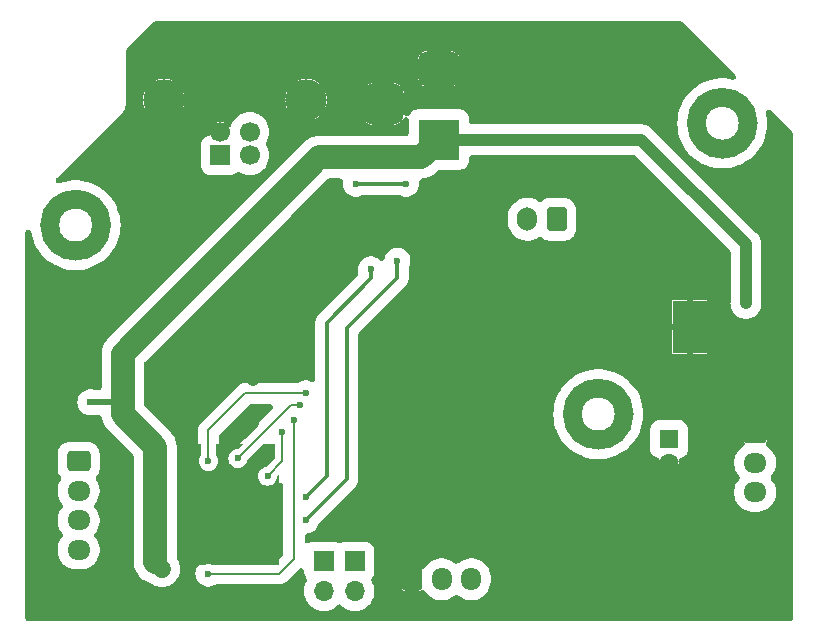
<source format=gbr>
%TF.GenerationSoftware,KiCad,Pcbnew,8.0.4*%
%TF.CreationDate,2025-07-27T19:27:02+02:00*%
%TF.ProjectId,GastroFocap,47617374-726f-4466-9f63-61702e6b6963,rev?*%
%TF.SameCoordinates,Original*%
%TF.FileFunction,Copper,L2,Bot*%
%TF.FilePolarity,Positive*%
%FSLAX46Y46*%
G04 Gerber Fmt 4.6, Leading zero omitted, Abs format (unit mm)*
G04 Created by KiCad (PCBNEW 8.0.4) date 2025-07-27 19:27:02*
%MOMM*%
%LPD*%
G01*
G04 APERTURE LIST*
G04 Aperture macros list*
%AMRoundRect*
0 Rectangle with rounded corners*
0 $1 Rounding radius*
0 $2 $3 $4 $5 $6 $7 $8 $9 X,Y pos of 4 corners*
0 Add a 4 corners polygon primitive as box body*
4,1,4,$2,$3,$4,$5,$6,$7,$8,$9,$2,$3,0*
0 Add four circle primitives for the rounded corners*
1,1,$1+$1,$2,$3*
1,1,$1+$1,$4,$5*
1,1,$1+$1,$6,$7*
1,1,$1+$1,$8,$9*
0 Add four rect primitives between the rounded corners*
20,1,$1+$1,$2,$3,$4,$5,0*
20,1,$1+$1,$4,$5,$6,$7,0*
20,1,$1+$1,$6,$7,$8,$9,0*
20,1,$1+$1,$8,$9,$2,$3,0*%
G04 Aperture macros list end*
%TA.AperFunction,NonConductor*%
%ADD10C,1.600000*%
%TD*%
%TA.AperFunction,Conductor*%
%ADD11C,1.600000*%
%TD*%
%TA.AperFunction,ComponentPad*%
%ADD12C,0.600000*%
%TD*%
%TA.AperFunction,SMDPad,CuDef*%
%ADD13R,2.950000X4.500000*%
%TD*%
%TA.AperFunction,ComponentPad*%
%ADD14C,1.600000*%
%TD*%
%TA.AperFunction,ComponentPad*%
%ADD15R,1.600000X1.600000*%
%TD*%
%TA.AperFunction,ComponentPad*%
%ADD16C,3.500000*%
%TD*%
%TA.AperFunction,ComponentPad*%
%ADD17C,1.700000*%
%TD*%
%TA.AperFunction,ComponentPad*%
%ADD18R,1.700000X1.700000*%
%TD*%
%TA.AperFunction,ComponentPad*%
%ADD19O,1.700000X1.950000*%
%TD*%
%TA.AperFunction,ComponentPad*%
%ADD20RoundRect,0.250000X-0.600000X-0.725000X0.600000X-0.725000X0.600000X0.725000X-0.600000X0.725000X0*%
%TD*%
%TA.AperFunction,ComponentPad*%
%ADD21RoundRect,0.875000X-0.875000X0.875000X-0.875000X-0.875000X0.875000X-0.875000X0.875000X0.875000X0*%
%TD*%
%TA.AperFunction,ComponentPad*%
%ADD22RoundRect,0.750000X-1.000000X0.750000X-1.000000X-0.750000X1.000000X-0.750000X1.000000X0.750000X0*%
%TD*%
%TA.AperFunction,ComponentPad*%
%ADD23R,3.500000X3.500000*%
%TD*%
%TA.AperFunction,ComponentPad*%
%ADD24O,1.950000X1.700000*%
%TD*%
%TA.AperFunction,ComponentPad*%
%ADD25RoundRect,0.250000X-0.725000X0.600000X-0.725000X-0.600000X0.725000X-0.600000X0.725000X0.600000X0*%
%TD*%
%TA.AperFunction,ComponentPad*%
%ADD26O,1.700000X2.000000*%
%TD*%
%TA.AperFunction,ComponentPad*%
%ADD27RoundRect,0.250000X0.600000X0.750000X-0.600000X0.750000X-0.600000X-0.750000X0.600000X-0.750000X0*%
%TD*%
%TA.AperFunction,ComponentPad*%
%ADD28O,1.700000X1.700000*%
%TD*%
%TA.AperFunction,ViaPad*%
%ADD29C,1.000000*%
%TD*%
%TA.AperFunction,ViaPad*%
%ADD30C,0.800000*%
%TD*%
%TA.AperFunction,ViaPad*%
%ADD31C,0.600000*%
%TD*%
%TA.AperFunction,ViaPad*%
%ADD32C,2.000000*%
%TD*%
%TA.AperFunction,Conductor*%
%ADD33C,1.000000*%
%TD*%
%TA.AperFunction,Conductor*%
%ADD34C,0.500000*%
%TD*%
%TA.AperFunction,Conductor*%
%ADD35C,0.200000*%
%TD*%
%TA.AperFunction,Conductor*%
%ADD36C,2.000000*%
%TD*%
%TA.AperFunction,Conductor*%
%ADD37C,1.500000*%
%TD*%
%TA.AperFunction,Conductor*%
%ADD38C,0.300000*%
%TD*%
G04 APERTURE END LIST*
D10*
X65700000Y-52625000D02*
G75*
G02*
X61300000Y-52625000I-2200000J0D01*
G01*
X61300000Y-52625000D02*
G75*
G02*
X65700000Y-52625000I2200000J0D01*
G01*
X120450000Y-44000000D02*
G75*
G02*
X116050000Y-44000000I-2200000J0D01*
G01*
X116050000Y-44000000D02*
G75*
G02*
X120450000Y-44000000I2200000J0D01*
G01*
D11*
%TO.N,SERVO*%
X109950000Y-68625000D02*
G75*
G02*
X105550000Y-68625000I-2200000J0D01*
G01*
X105550000Y-68625000D02*
G75*
G02*
X109950000Y-68625000I2200000J0D01*
G01*
%TA.AperFunction,Conductor*%
%TO.N,Earth*%
G36*
X89000000Y-63125000D02*
G01*
X96000000Y-63125000D01*
X96000000Y-70125000D01*
X89000000Y-70125000D01*
X89000000Y-63125000D01*
G37*
%TD.AperFunction*%
%TD*%
D12*
%TO.P,U4,9,GNDPAD*%
%TO.N,Earth*%
X116100000Y-63050000D03*
X116100000Y-61950000D03*
X116100000Y-60650000D03*
X116100000Y-59450000D03*
D13*
X115500000Y-61250000D03*
D12*
X114900000Y-63050000D03*
X114900000Y-61950000D03*
X114900000Y-60650000D03*
X114900000Y-59450000D03*
%TD*%
D14*
%TO.P,C7,2*%
%TO.N,Earth*%
X113750000Y-72750000D03*
D15*
%TO.P,C7,1*%
%TO.N,6\u002C5V*%
X113750000Y-70750000D03*
%TD*%
D16*
%TO.P,J5,5,Shield*%
%TO.N,Earth*%
X83020000Y-42000000D03*
X70980000Y-42000000D03*
D17*
%TO.P,J5,4,GND*%
X75750000Y-44710000D03*
%TO.P,J5,3,D+*%
%TO.N,D+*%
X78250000Y-44710000D03*
%TO.P,J5,2,D-*%
%TO.N,D-*%
X78250000Y-46710000D03*
D18*
%TO.P,J5,1,VBUS*%
%TO.N,Net-(D5-A)*%
X75750000Y-46710000D03*
%TD*%
D12*
%TO.P,U2,41_21*%
%TO.N,N/C*%
X93200000Y-68075000D03*
%TO.P,U2,41_20*%
X91800000Y-68075000D03*
%TO.P,U2,41_19*%
X93900000Y-67375000D03*
%TO.P,U2,41_18*%
X92500000Y-67375000D03*
%TO.P,U2,41_17*%
X91100000Y-67375000D03*
%TO.P,U2,41_16*%
X93200000Y-66675000D03*
%TO.P,U2,41_15*%
X91800000Y-66675000D03*
%TO.P,U2,41_14*%
X93900000Y-65975000D03*
%TO.P,U2,41_13*%
X92500000Y-65975000D03*
%TO.P,U2,41_12*%
X91100000Y-65975000D03*
%TO.P,U2,41_11*%
X93200000Y-65275000D03*
%TO.P,U2,41_10*%
X91800000Y-65275000D03*
%TD*%
D19*
%TO.P,U1,3,V_{DD}*%
%TO.N,VCC*%
X97000000Y-82600000D03*
%TO.P,U1,2,DQ*%
%TO.N,TEMP*%
X94500000Y-82600000D03*
D20*
%TO.P,U1,1,GND*%
%TO.N,Earth*%
X92000000Y-82600000D03*
%TD*%
D21*
%TO.P,J4,3,Pin_3*%
%TO.N,Earth*%
X89550000Y-42375000D03*
D22*
%TO.P,J4,2,Pin_2*%
X94250000Y-39375000D03*
D23*
%TO.P,J4,1,Pin_1*%
%TO.N,12V*%
X94250000Y-45375000D03*
%TD*%
D24*
%TO.P,J6,4,Pin_4*%
%TO.N,Net-(J6-Pin_4)*%
X63750000Y-80125000D03*
%TO.P,J6,3,Pin_3*%
%TO.N,Net-(J6-Pin_3)*%
X63750000Y-77625000D03*
%TO.P,J6,2,Pin_2*%
%TO.N,Net-(J6-Pin_2)*%
X63750000Y-75125000D03*
D25*
%TO.P,J6,1,Pin_1*%
%TO.N,Net-(J6-Pin_1)*%
X63750000Y-72625000D03*
%TD*%
D26*
%TO.P,D3,2,A*%
%TO.N,Net-(D2-K)*%
X101750000Y-52125000D03*
D27*
%TO.P,D3,1,K*%
%TO.N,Net-(D3-K)*%
X104250000Y-52125000D03*
%TD*%
D28*
%TO.P,J2,2,Pin_2*%
%TO.N,Net-(J2-Pin_2)*%
X84500000Y-83625000D03*
D18*
%TO.P,J2,1,Pin_1*%
%TO.N,Net-(J2-Pin_1)*%
X84500000Y-81085000D03*
%TD*%
D24*
%TO.P,J1,3,Pin_3*%
%TO.N,SERVO*%
X121025000Y-75250000D03*
%TO.P,J1,2,Pin_2*%
%TO.N,6\u002C5V*%
X121025000Y-72750000D03*
D25*
%TO.P,J1,1,Pin_1*%
%TO.N,Earth*%
X121025000Y-70250000D03*
%TD*%
D28*
%TO.P,J3,2,Pin_2*%
%TO.N,Net-(J3-Pin_2)*%
X87150000Y-83625000D03*
D18*
%TO.P,J3,1,Pin_1*%
%TO.N,Net-(J3-Pin_1)*%
X87150000Y-81085000D03*
%TD*%
D29*
%TO.N,Earth*%
X105750000Y-62500000D03*
%TO.N,12V*%
X120250000Y-59250000D03*
D30*
%TO.N,Earth*%
X81000000Y-85500000D03*
X67750000Y-83500000D03*
X71000000Y-68750000D03*
D31*
X99250000Y-56375000D03*
X122350000Y-80275000D03*
X109850000Y-79175000D03*
%TO.N,RXTMC*%
X81000000Y-70125000D03*
%TO.N,Earth*%
X113000000Y-52125000D03*
X113000000Y-50875000D03*
X114250000Y-52125000D03*
X114250000Y-50875000D03*
X114250000Y-53625000D03*
%TO.N,EN*%
X82000000Y-69125000D03*
%TO.N,D+*%
X83000000Y-77625000D03*
%TO.N,Earth*%
X79500000Y-75375000D03*
X74250000Y-76375000D03*
X76075000Y-71450000D03*
X65000000Y-62250000D03*
X77250000Y-77875000D03*
X76500000Y-75625000D03*
X77250000Y-76375000D03*
X85250000Y-56375000D03*
X75750000Y-74875000D03*
X74500000Y-80875000D03*
X71000000Y-48875000D03*
X75000000Y-77125000D03*
X74250000Y-77875000D03*
X75750000Y-76375000D03*
X75750000Y-77875000D03*
X77250000Y-74875000D03*
X78125000Y-58000000D03*
X76500000Y-77125000D03*
D32*
X89250000Y-52125000D03*
D31*
X74250000Y-74875000D03*
X78500000Y-65750000D03*
X76050000Y-72575000D03*
X75000000Y-75625000D03*
X78500000Y-68000000D03*
X80250000Y-79625000D03*
D29*
%TO.N,12V*%
X70750000Y-73875000D03*
X70500000Y-71125000D03*
D31*
X64750000Y-67625000D03*
D29*
X70750000Y-78875000D03*
X70800000Y-81700000D03*
D31*
%TO.N,D+*%
X90750000Y-55625000D03*
X87250000Y-49125000D03*
X91500000Y-49125000D03*
%TO.N,D-*%
X83000000Y-75625000D03*
X88500000Y-56375000D03*
%TO.N,EN*%
X74750000Y-82125000D03*
%TO.N,RXTMC*%
X79750000Y-73875000D03*
%TO.N,STEP*%
X82500000Y-67875000D03*
X77250000Y-72375000D03*
%TO.N,DIR*%
X83000000Y-66875000D03*
X74750000Y-72625000D03*
%TD*%
D33*
%TO.N,Earth*%
X78500000Y-68250000D02*
X78500000Y-69375000D01*
X78500000Y-69375000D02*
X76425000Y-71450000D01*
X76425000Y-71450000D02*
X76075000Y-71450000D01*
D34*
X78500000Y-68250000D02*
X78500000Y-69125000D01*
D35*
%TO.N,DIR*%
X74750000Y-72625000D02*
X74750000Y-70000000D01*
X74750000Y-70000000D02*
X77875000Y-66875000D01*
X77875000Y-66875000D02*
X83000000Y-66875000D01*
D33*
%TO.N,Earth*%
X78500000Y-58375000D02*
X78125000Y-58000000D01*
X78500000Y-65750000D02*
X78500000Y-58375000D01*
D35*
%TO.N,EN*%
X74750000Y-82125000D02*
X80750000Y-82125000D01*
X80750000Y-82125000D02*
X82000000Y-80875000D01*
X82000000Y-80875000D02*
X82000000Y-69125000D01*
D33*
%TO.N,12V*%
X111375000Y-45375000D02*
X94250000Y-45375000D01*
D36*
X67500000Y-67625000D02*
X67500000Y-68625000D01*
X67500000Y-68625000D02*
X70250000Y-71375000D01*
D37*
X70250000Y-81150000D02*
X70800000Y-81700000D01*
D36*
X70250000Y-71375000D02*
X70250000Y-81150000D01*
D34*
X64750000Y-67625000D02*
X67500000Y-67625000D01*
D36*
X84125000Y-46875000D02*
X67500000Y-63500000D01*
X94250000Y-45375000D02*
X92750000Y-46875000D01*
X92750000Y-46875000D02*
X84125000Y-46875000D01*
X67500000Y-63500000D02*
X67500000Y-67625000D01*
D34*
%TO.N,Earth*%
X71000000Y-48875000D02*
X73000000Y-46875000D01*
X73000000Y-46875000D02*
X73000000Y-46000000D01*
X73000000Y-46000000D02*
X74290000Y-44710000D01*
X74290000Y-44710000D02*
X75750000Y-44710000D01*
D38*
%TO.N,D-*%
X84750000Y-60875000D02*
X84750000Y-73875000D01*
X88500000Y-56375000D02*
X88500000Y-57125000D01*
X88500000Y-57125000D02*
X84750000Y-60875000D01*
X84750000Y-73875000D02*
X83000000Y-75625000D01*
%TO.N,D+*%
X87250000Y-49125000D02*
X91500000Y-49125000D01*
D34*
%TO.N,Earth*%
X75640000Y-44625000D02*
X75750000Y-44735000D01*
D33*
X89250000Y-52125000D02*
X85250000Y-56125000D01*
X85250000Y-56125000D02*
X85250000Y-56375000D01*
X79750000Y-56375000D02*
X85250000Y-56375000D01*
X78125000Y-58000000D02*
X79750000Y-56375000D01*
D35*
%TO.N,RXTMC*%
X81000000Y-72625000D02*
X81000000Y-70125000D01*
X79750000Y-73875000D02*
X81000000Y-72625000D01*
%TO.N,STEP*%
X81750000Y-67875000D02*
X77250000Y-72375000D01*
X82500000Y-67875000D02*
X81750000Y-67875000D01*
D38*
%TO.N,D+*%
X83000000Y-77625000D02*
X86500000Y-74125000D01*
X86500000Y-74125000D02*
X86500000Y-61375000D01*
X86500000Y-61375000D02*
X90750000Y-57125000D01*
X90750000Y-57125000D02*
X90750000Y-55625000D01*
D33*
%TO.N,12V*%
X120250000Y-54250000D02*
X111375000Y-45375000D01*
X120250000Y-59250000D02*
X120250000Y-54250000D01*
%TD*%
%TA.AperFunction,Conductor*%
%TO.N,Earth*%
G36*
X72950000Y-71175000D02*
G01*
X73650000Y-71175000D01*
X73650000Y-71125000D01*
X74149500Y-71125000D01*
X74149500Y-72042587D01*
X74129815Y-72109626D01*
X74122450Y-72119896D01*
X74120186Y-72122734D01*
X74024211Y-72275476D01*
X73964631Y-72445745D01*
X73964630Y-72445750D01*
X73944435Y-72624996D01*
X73944435Y-72625003D01*
X73964630Y-72804249D01*
X73964631Y-72804254D01*
X74024211Y-72974523D01*
X74106523Y-73105521D01*
X74120184Y-73127262D01*
X74247738Y-73254816D01*
X74400478Y-73350789D01*
X74463202Y-73372737D01*
X74570745Y-73410368D01*
X74570750Y-73410369D01*
X74749996Y-73430565D01*
X74750000Y-73430565D01*
X74750004Y-73430565D01*
X74929249Y-73410369D01*
X74929252Y-73410368D01*
X74929255Y-73410368D01*
X75099522Y-73350789D01*
X75252262Y-73254816D01*
X75379816Y-73127262D01*
X75475789Y-72974522D01*
X75535368Y-72804255D01*
X75544352Y-72724521D01*
X75555565Y-72625003D01*
X75555565Y-72624996D01*
X75535369Y-72445750D01*
X75535368Y-72445745D01*
X75475788Y-72275476D01*
X75442645Y-72222730D01*
X75379816Y-72122738D01*
X75379814Y-72122736D01*
X75379813Y-72122734D01*
X75377550Y-72119896D01*
X75376659Y-72117715D01*
X75376111Y-72116842D01*
X75376264Y-72116745D01*
X75351144Y-72055209D01*
X75350500Y-72042587D01*
X75350500Y-71125000D01*
X77650764Y-71125000D01*
X77231465Y-71544298D01*
X77170142Y-71577783D01*
X77157668Y-71579837D01*
X77070750Y-71589630D01*
X76900478Y-71649210D01*
X76747737Y-71745184D01*
X76620184Y-71872737D01*
X76524211Y-72025476D01*
X76464631Y-72195745D01*
X76464630Y-72195750D01*
X76444435Y-72374996D01*
X76444435Y-72375003D01*
X76464630Y-72554249D01*
X76464631Y-72554254D01*
X76524211Y-72724523D01*
X76607317Y-72856785D01*
X76620184Y-72877262D01*
X76747738Y-73004816D01*
X76810573Y-73044298D01*
X76882721Y-73089632D01*
X76900478Y-73100789D01*
X77038857Y-73149210D01*
X77070745Y-73160368D01*
X77070750Y-73160369D01*
X77249996Y-73180565D01*
X77250000Y-73180565D01*
X77250004Y-73180565D01*
X77429249Y-73160369D01*
X77429252Y-73160368D01*
X77429255Y-73160368D01*
X77599522Y-73100789D01*
X77752262Y-73004816D01*
X77879816Y-72877262D01*
X77975789Y-72724522D01*
X78035368Y-72554255D01*
X78045161Y-72467329D01*
X78072226Y-72402918D01*
X78080690Y-72393543D01*
X79349234Y-71125000D01*
X80399500Y-71125000D01*
X80399500Y-72324902D01*
X80379815Y-72391941D01*
X80363181Y-72412583D01*
X79731465Y-73044298D01*
X79670142Y-73077783D01*
X79657668Y-73079837D01*
X79570750Y-73089630D01*
X79400478Y-73149210D01*
X79247737Y-73245184D01*
X79120184Y-73372737D01*
X79024211Y-73525476D01*
X78964631Y-73695745D01*
X78964630Y-73695750D01*
X78944435Y-73874996D01*
X78944435Y-73875003D01*
X78964630Y-74054249D01*
X78964631Y-74054254D01*
X79024211Y-74224523D01*
X79120184Y-74377262D01*
X79247738Y-74504816D01*
X79400478Y-74600789D01*
X79570745Y-74660368D01*
X79570750Y-74660369D01*
X79749996Y-74680565D01*
X79750000Y-74680565D01*
X79750004Y-74680565D01*
X79929249Y-74660369D01*
X79929252Y-74660368D01*
X79929255Y-74660368D01*
X80099522Y-74600789D01*
X80252262Y-74504816D01*
X80379816Y-74377262D01*
X80475789Y-74224522D01*
X80535368Y-74054255D01*
X80545161Y-73967329D01*
X80572226Y-73902918D01*
X80580690Y-73893543D01*
X80750000Y-73724234D01*
X80750000Y-81275765D01*
X80650765Y-81375000D01*
X75030332Y-81375000D01*
X74929254Y-81339631D01*
X74929249Y-81339630D01*
X74750004Y-81319435D01*
X74749996Y-81319435D01*
X74570750Y-81339630D01*
X74570745Y-81339631D01*
X74469667Y-81375000D01*
X72250000Y-81375000D01*
X72250000Y-71125000D01*
X72900000Y-71125000D01*
X72950000Y-71175000D01*
G37*
%TD.AperFunction*%
%TD*%
%TA.AperFunction,Conductor*%
%TO.N,Earth*%
G36*
X73650000Y-71175000D02*
G01*
X72950000Y-71175000D01*
X72850000Y-71075000D01*
X72850000Y-70475000D01*
X73450000Y-69875000D01*
X73650000Y-69875000D01*
X73650000Y-71175000D01*
G37*
%TD.AperFunction*%
%TD*%
%TA.AperFunction,Conductor*%
%TO.N,Earth*%
G36*
X80913091Y-74416032D02*
G01*
X81000555Y-74458330D01*
X81065175Y-74530879D01*
X81097112Y-74622635D01*
X81099500Y-74657037D01*
X81099500Y-80398860D01*
X81080546Y-80494148D01*
X81026570Y-80574930D01*
X80750000Y-80851500D01*
X80750000Y-74433431D01*
X80816098Y-74410425D01*
X80913091Y-74416032D01*
G37*
%TD.AperFunction*%
%TA.AperFunction,Conductor*%
G36*
X80070148Y-67794454D02*
G01*
X80150930Y-67848430D01*
X80204906Y-67929212D01*
X80223860Y-68024500D01*
X80204906Y-68119788D01*
X80150930Y-68200570D01*
X77226498Y-71125000D01*
X75650500Y-71125000D01*
X75650500Y-70476139D01*
X75669454Y-70380851D01*
X75723430Y-70300069D01*
X78175069Y-67848430D01*
X78255851Y-67794454D01*
X78351139Y-67775500D01*
X79974860Y-67775500D01*
X80070148Y-67794454D01*
G37*
%TD.AperFunction*%
%TA.AperFunction,Conductor*%
G36*
X114827728Y-35394454D02*
G01*
X114908509Y-35448429D01*
X119337107Y-39877028D01*
X119391082Y-39957808D01*
X119410036Y-40053096D01*
X119391082Y-40148384D01*
X119337106Y-40229166D01*
X119256324Y-40283142D01*
X119161036Y-40302096D01*
X119110913Y-40296999D01*
X118865704Y-40246607D01*
X118826241Y-40238498D01*
X118826238Y-40238497D01*
X118826229Y-40238496D01*
X118442758Y-40199501D01*
X118442744Y-40199500D01*
X118442740Y-40199500D01*
X118057260Y-40199500D01*
X118057255Y-40199500D01*
X118057241Y-40199501D01*
X117673770Y-40238496D01*
X117673758Y-40238498D01*
X117296169Y-40316095D01*
X116928366Y-40431493D01*
X116574133Y-40583507D01*
X116237099Y-40770577D01*
X116237077Y-40770590D01*
X115920711Y-40990787D01*
X115920695Y-40990800D01*
X115628223Y-41241878D01*
X115628217Y-41241883D01*
X115628216Y-41241885D01*
X115362634Y-41521278D01*
X115362631Y-41521281D01*
X115362627Y-41521286D01*
X115203242Y-41727195D01*
X115126680Y-41826105D01*
X114961141Y-42091687D01*
X114922770Y-42153248D01*
X114753010Y-42499331D01*
X114619133Y-42860807D01*
X114522513Y-43233975D01*
X114522513Y-43233976D01*
X114522512Y-43233981D01*
X114522512Y-43233982D01*
X114469497Y-43580046D01*
X114464139Y-43615023D01*
X114464138Y-43615028D01*
X114444616Y-43999991D01*
X114444616Y-44000008D01*
X114464138Y-44384971D01*
X114464139Y-44384976D01*
X114464139Y-44384981D01*
X114464140Y-44384984D01*
X114513930Y-44710000D01*
X114522513Y-44766023D01*
X114522513Y-44766024D01*
X114619133Y-45139192D01*
X114753010Y-45500668D01*
X114753013Y-45500675D01*
X114761713Y-45518411D01*
X114922770Y-45846751D01*
X114922772Y-45846755D01*
X114922775Y-45846760D01*
X115126680Y-46173895D01*
X115362634Y-46478722D01*
X115628216Y-46758115D01*
X115628223Y-46758121D01*
X115920695Y-47009199D01*
X115920711Y-47009212D01*
X116237077Y-47229409D01*
X116237080Y-47229410D01*
X116237089Y-47229417D01*
X116574131Y-47416491D01*
X116574133Y-47416492D01*
X116928366Y-47568506D01*
X117044535Y-47604954D01*
X117296171Y-47683905D01*
X117673759Y-47761502D01*
X118057260Y-47800500D01*
X118057267Y-47800500D01*
X118442733Y-47800500D01*
X118442740Y-47800500D01*
X118826241Y-47761502D01*
X119203829Y-47683905D01*
X119571630Y-47568507D01*
X119571630Y-47568506D01*
X119571633Y-47568506D01*
X119748749Y-47492499D01*
X119925869Y-47416491D01*
X120262911Y-47229417D01*
X120579298Y-47009205D01*
X120871784Y-46758115D01*
X121137366Y-46478722D01*
X121373320Y-46173895D01*
X121577225Y-45846760D01*
X121746987Y-45500675D01*
X121880866Y-45139192D01*
X121977488Y-44766018D01*
X122035860Y-44384984D01*
X122035959Y-44383030D01*
X122055384Y-44000008D01*
X122055384Y-43999991D01*
X122035861Y-43615028D01*
X122035860Y-43615023D01*
X122035860Y-43615016D01*
X121977488Y-43233982D01*
X121956185Y-43151708D01*
X121950650Y-43054715D01*
X121982655Y-42962983D01*
X122047327Y-42890481D01*
X122134822Y-42848247D01*
X122231820Y-42842711D01*
X122323552Y-42874716D01*
X122373307Y-42913228D01*
X124176570Y-44716490D01*
X124230546Y-44797272D01*
X124249500Y-44892560D01*
X124249500Y-85875500D01*
X124230546Y-85970788D01*
X124176570Y-86051570D01*
X124095788Y-86105546D01*
X124000500Y-86124500D01*
X59499500Y-86124500D01*
X59404212Y-86105546D01*
X59323430Y-86051570D01*
X59269454Y-85970788D01*
X59250500Y-85875500D01*
X59250500Y-71973391D01*
X61974500Y-71973391D01*
X61974500Y-73276608D01*
X61989699Y-73430934D01*
X62049768Y-73628955D01*
X62101373Y-73725500D01*
X62147315Y-73811450D01*
X62233157Y-73916050D01*
X62278954Y-74001730D01*
X62288477Y-74098417D01*
X62260274Y-74191389D01*
X62242122Y-74220368D01*
X62213366Y-74259946D01*
X62213365Y-74259948D01*
X62095423Y-74491422D01*
X62095419Y-74491432D01*
X62015140Y-74738506D01*
X62015138Y-74738512D01*
X61974501Y-74995091D01*
X61974500Y-74995107D01*
X61974500Y-75254892D01*
X61974501Y-75254908D01*
X62015138Y-75511487D01*
X62015140Y-75511493D01*
X62095419Y-75758567D01*
X62095423Y-75758577D01*
X62213365Y-75990050D01*
X62213366Y-75990051D01*
X62366069Y-76200229D01*
X62366073Y-76200233D01*
X62372422Y-76207667D01*
X62371268Y-76208651D01*
X62418754Y-76279732D01*
X62437700Y-76375022D01*
X62418738Y-76470309D01*
X62371269Y-76541348D01*
X62372422Y-76542333D01*
X62366068Y-76549772D01*
X62213365Y-76759949D01*
X62095423Y-76991422D01*
X62095419Y-76991432D01*
X62015140Y-77238506D01*
X62015138Y-77238512D01*
X61974501Y-77495091D01*
X61974500Y-77495107D01*
X61974500Y-77754892D01*
X61974501Y-77754908D01*
X62015138Y-78011487D01*
X62015140Y-78011493D01*
X62095419Y-78258567D01*
X62095423Y-78258577D01*
X62213365Y-78490050D01*
X62225666Y-78506981D01*
X62366069Y-78700229D01*
X62366073Y-78700233D01*
X62372422Y-78707667D01*
X62371268Y-78708651D01*
X62418754Y-78779732D01*
X62437700Y-78875022D01*
X62418738Y-78970309D01*
X62371269Y-79041348D01*
X62372422Y-79042333D01*
X62366068Y-79049772D01*
X62213365Y-79259949D01*
X62095423Y-79491422D01*
X62095419Y-79491432D01*
X62015140Y-79738506D01*
X62015138Y-79738512D01*
X61974501Y-79995091D01*
X61974500Y-79995107D01*
X61974500Y-80254892D01*
X61974501Y-80254908D01*
X62015138Y-80511487D01*
X62015140Y-80511493D01*
X62095419Y-80758567D01*
X62095423Y-80758577D01*
X62213365Y-80990050D01*
X62319153Y-81135655D01*
X62366069Y-81200229D01*
X62549771Y-81383931D01*
X62759949Y-81536634D01*
X62991428Y-81654579D01*
X63238507Y-81734860D01*
X63238510Y-81734860D01*
X63238512Y-81734861D01*
X63412135Y-81762359D01*
X63495103Y-81775500D01*
X63495107Y-81775500D01*
X64004893Y-81775500D01*
X64004897Y-81775500D01*
X64261493Y-81734860D01*
X64508572Y-81654579D01*
X64740051Y-81536634D01*
X64950229Y-81383931D01*
X65133931Y-81200229D01*
X65286634Y-80990051D01*
X65404579Y-80758572D01*
X65484860Y-80511493D01*
X65525500Y-80254897D01*
X65525500Y-79995103D01*
X65484860Y-79738507D01*
X65404579Y-79491428D01*
X65286634Y-79259949D01*
X65133931Y-79049771D01*
X65133925Y-79049765D01*
X65127578Y-79042333D01*
X65128732Y-79041347D01*
X65081253Y-78970288D01*
X65062299Y-78875000D01*
X65081253Y-78779712D01*
X65128732Y-78708652D01*
X65127578Y-78707667D01*
X65133919Y-78700240D01*
X65133931Y-78700229D01*
X65286634Y-78490051D01*
X65404579Y-78258572D01*
X65484860Y-78011493D01*
X65525500Y-77754897D01*
X65525500Y-77495103D01*
X65484860Y-77238507D01*
X65404579Y-76991428D01*
X65286634Y-76759949D01*
X65133931Y-76549771D01*
X65133925Y-76549765D01*
X65127578Y-76542333D01*
X65128732Y-76541347D01*
X65081253Y-76470288D01*
X65062299Y-76375000D01*
X65081253Y-76279712D01*
X65128732Y-76208652D01*
X65127578Y-76207667D01*
X65133919Y-76200240D01*
X65133931Y-76200229D01*
X65286634Y-75990051D01*
X65404579Y-75758572D01*
X65484860Y-75511493D01*
X65525500Y-75254897D01*
X65525500Y-74995103D01*
X65504790Y-74864345D01*
X65484861Y-74738512D01*
X65484860Y-74738510D01*
X65484860Y-74738507D01*
X65404579Y-74491428D01*
X65359141Y-74402251D01*
X65286634Y-74259948D01*
X65257879Y-74220371D01*
X65217203Y-74132141D01*
X65213388Y-74035061D01*
X65247015Y-73943911D01*
X65266832Y-73916062D01*
X65352685Y-73811450D01*
X65450232Y-73628954D01*
X65510300Y-73430934D01*
X65525500Y-73276608D01*
X65525500Y-71973392D01*
X65510300Y-71819066D01*
X65502447Y-71793179D01*
X65466529Y-71674771D01*
X65450232Y-71621046D01*
X65352685Y-71438550D01*
X65352683Y-71438547D01*
X65221416Y-71278596D01*
X65221403Y-71278583D01*
X65061452Y-71147316D01*
X64878955Y-71049768D01*
X64680934Y-70989699D01*
X64526608Y-70974500D01*
X62973392Y-70974500D01*
X62973391Y-70974500D01*
X62819065Y-70989699D01*
X62621044Y-71049768D01*
X62438547Y-71147316D01*
X62278596Y-71278583D01*
X62278583Y-71278596D01*
X62147316Y-71438547D01*
X62049768Y-71621044D01*
X61989699Y-71819065D01*
X61974500Y-71973391D01*
X59250500Y-71973391D01*
X59250500Y-67625000D01*
X63644785Y-67625000D01*
X63663602Y-67828079D01*
X63663603Y-67828087D01*
X63719417Y-68024247D01*
X63719418Y-68024251D01*
X63810323Y-68206815D01*
X63810325Y-68206818D01*
X63810327Y-68206821D01*
X63848206Y-68256981D01*
X63933239Y-68369583D01*
X64083957Y-68506980D01*
X64083959Y-68506981D01*
X64257363Y-68614348D01*
X64447544Y-68688024D01*
X64581197Y-68713008D01*
X64648022Y-68725500D01*
X64648024Y-68725500D01*
X64851977Y-68725500D01*
X64902096Y-68716131D01*
X65052456Y-68688024D01*
X65052464Y-68688020D01*
X65063063Y-68685006D01*
X65131207Y-68675500D01*
X65472245Y-68675500D01*
X65567533Y-68694454D01*
X65648315Y-68748430D01*
X65702291Y-68829212D01*
X65719115Y-68892000D01*
X65730305Y-68977007D01*
X65791394Y-69204995D01*
X65830969Y-69300535D01*
X65830969Y-69300536D01*
X65881713Y-69423044D01*
X65881715Y-69423048D01*
X65881716Y-69423050D01*
X65999727Y-69627450D01*
X66143408Y-69814699D01*
X66143411Y-69814702D01*
X68376570Y-72047861D01*
X68430546Y-72128643D01*
X68449500Y-72223931D01*
X68449500Y-81268011D01*
X68480307Y-81502014D01*
X68541394Y-81729993D01*
X68561054Y-81777456D01*
X68631713Y-81948043D01*
X68631718Y-81948054D01*
X68749721Y-82152440D01*
X68749727Y-82152450D01*
X68893408Y-82339699D01*
X69060301Y-82506592D01*
X69247550Y-82650273D01*
X69302633Y-82682075D01*
X69451945Y-82768281D01*
X69451948Y-82768282D01*
X69451951Y-82768284D01*
X69670007Y-82858606D01*
X69762962Y-82883513D01*
X69844873Y-82922582D01*
X69892180Y-82956953D01*
X69986526Y-83025500D01*
X69987361Y-83026106D01*
X70204814Y-83136904D01*
X70436924Y-83212321D01*
X70520132Y-83225500D01*
X70677963Y-83250499D01*
X70677970Y-83250499D01*
X70677973Y-83250500D01*
X70677976Y-83250500D01*
X70922024Y-83250500D01*
X70922027Y-83250500D01*
X70922030Y-83250499D01*
X70922036Y-83250499D01*
X71035906Y-83232462D01*
X71163076Y-83212321D01*
X71395185Y-83136904D01*
X71612639Y-83026106D01*
X71810083Y-82882655D01*
X71982655Y-82710083D01*
X72126106Y-82512639D01*
X72236904Y-82295185D01*
X72312321Y-82063076D01*
X72350500Y-81822027D01*
X72350500Y-81577973D01*
X72350499Y-81577970D01*
X72350499Y-81577963D01*
X72322275Y-81399771D01*
X72318352Y-81375000D01*
X73939180Y-81375000D01*
X73933239Y-81380416D01*
X73810323Y-81543184D01*
X73719418Y-81725748D01*
X73719417Y-81725752D01*
X73663603Y-81921912D01*
X73663602Y-81921920D01*
X73644785Y-82125000D01*
X73663602Y-82328079D01*
X73663603Y-82328087D01*
X73719417Y-82524247D01*
X73719418Y-82524251D01*
X73810323Y-82706815D01*
X73810325Y-82706818D01*
X73810327Y-82706821D01*
X73856742Y-82768284D01*
X73933239Y-82869583D01*
X74083957Y-83006980D01*
X74114844Y-83026104D01*
X74257363Y-83114348D01*
X74447544Y-83188024D01*
X74577522Y-83212321D01*
X74648022Y-83225500D01*
X74648024Y-83225500D01*
X74851977Y-83225500D01*
X74885389Y-83219254D01*
X75052456Y-83188024D01*
X75242637Y-83114348D01*
X75325895Y-83062796D01*
X75416889Y-83028748D01*
X75456978Y-83025500D01*
X80838689Y-83025500D01*
X80838692Y-83025500D01*
X81012666Y-82990895D01*
X81094606Y-82956953D01*
X81176547Y-82923013D01*
X81278489Y-82854897D01*
X81324036Y-82824464D01*
X82424433Y-81724066D01*
X82505212Y-81670093D01*
X82600500Y-81651139D01*
X82695788Y-81670093D01*
X82776570Y-81724069D01*
X82830546Y-81804851D01*
X82849500Y-81900139D01*
X82849500Y-81979968D01*
X82864630Y-82114245D01*
X82864631Y-82114251D01*
X82864632Y-82114255D01*
X82924211Y-82284522D01*
X82924212Y-82284523D01*
X82924214Y-82284529D01*
X83020180Y-82437257D01*
X83020182Y-82437259D01*
X83020184Y-82437262D01*
X83049979Y-82467057D01*
X83103953Y-82547836D01*
X83122907Y-82643124D01*
X83103953Y-82738412D01*
X83086216Y-82773224D01*
X83024845Y-82873373D01*
X82925427Y-83113388D01*
X82925426Y-83113391D01*
X82864778Y-83366008D01*
X82844396Y-83624994D01*
X82844396Y-83625005D01*
X82864778Y-83883991D01*
X82925426Y-84136608D01*
X82925427Y-84136611D01*
X82974292Y-84254580D01*
X83024846Y-84376628D01*
X83160588Y-84598140D01*
X83329311Y-84795689D01*
X83526860Y-84964412D01*
X83748372Y-85100154D01*
X83988390Y-85199573D01*
X84241006Y-85260221D01*
X84305754Y-85265316D01*
X84499994Y-85280604D01*
X84500000Y-85280604D01*
X84500006Y-85280604D01*
X84672662Y-85267015D01*
X84758994Y-85260221D01*
X85011610Y-85199573D01*
X85251628Y-85100154D01*
X85473140Y-84964412D01*
X85663290Y-84802008D01*
X85748054Y-84754538D01*
X85844536Y-84743119D01*
X85938043Y-84769490D01*
X85986708Y-84802006D01*
X86176860Y-84964412D01*
X86398372Y-85100154D01*
X86638390Y-85199573D01*
X86891006Y-85260221D01*
X86955754Y-85265316D01*
X87149994Y-85280604D01*
X87150000Y-85280604D01*
X87150006Y-85280604D01*
X87322662Y-85267015D01*
X87408994Y-85260221D01*
X87661610Y-85199573D01*
X87901628Y-85100154D01*
X88123140Y-84964412D01*
X88320689Y-84795689D01*
X88489412Y-84598140D01*
X88625154Y-84376628D01*
X88724573Y-84136610D01*
X88785221Y-83883994D01*
X88805604Y-83625000D01*
X88802853Y-83590051D01*
X88785221Y-83366008D01*
X88724573Y-83113391D01*
X88724572Y-83113388D01*
X88708671Y-83075000D01*
X88625154Y-82873372D01*
X88563783Y-82773224D01*
X88530157Y-82682075D01*
X88533972Y-82584995D01*
X88574647Y-82496765D01*
X88600019Y-82467058D01*
X88629816Y-82437262D01*
X88725789Y-82284522D01*
X88785368Y-82114255D01*
X88788269Y-82088506D01*
X88800499Y-81979968D01*
X88800500Y-81979953D01*
X88800500Y-81850371D01*
X91150000Y-81850371D01*
X91150000Y-82349999D01*
X91150001Y-82350000D01*
X91595854Y-82350000D01*
X91557370Y-82416657D01*
X91525000Y-82537465D01*
X91525000Y-82662535D01*
X91557370Y-82783343D01*
X91595854Y-82850000D01*
X91150001Y-82850000D01*
X91150000Y-82850001D01*
X91150000Y-83349628D01*
X91164504Y-83422543D01*
X91164504Y-83422544D01*
X91219758Y-83505237D01*
X91219762Y-83505241D01*
X91302455Y-83560495D01*
X91375371Y-83574999D01*
X91375376Y-83575000D01*
X91749999Y-83575000D01*
X91750000Y-83574999D01*
X91750000Y-83004145D01*
X91816657Y-83042630D01*
X91937465Y-83075000D01*
X92062535Y-83075000D01*
X92183343Y-83042630D01*
X92250000Y-83004145D01*
X92250000Y-83574999D01*
X92250001Y-83575000D01*
X92624624Y-83575000D01*
X92624628Y-83574999D01*
X92697543Y-83560495D01*
X92747123Y-83527367D01*
X92836882Y-83490187D01*
X92934037Y-83490186D01*
X93023797Y-83527365D01*
X93086907Y-83588043D01*
X93241066Y-83800225D01*
X93241069Y-83800229D01*
X93424771Y-83983931D01*
X93634949Y-84136634D01*
X93866428Y-84254579D01*
X94113507Y-84334860D01*
X94113510Y-84334860D01*
X94113512Y-84334861D01*
X94287135Y-84362359D01*
X94370103Y-84375500D01*
X94370107Y-84375500D01*
X94629893Y-84375500D01*
X94629897Y-84375500D01*
X94886493Y-84334860D01*
X95133572Y-84254579D01*
X95365051Y-84136634D01*
X95575229Y-83983931D01*
X95575240Y-83983919D01*
X95582667Y-83977578D01*
X95583652Y-83978732D01*
X95654712Y-83931253D01*
X95750000Y-83912299D01*
X95845288Y-83931253D01*
X95916347Y-83978732D01*
X95917333Y-83977578D01*
X95924765Y-83983925D01*
X95924771Y-83983931D01*
X96134949Y-84136634D01*
X96366428Y-84254579D01*
X96613507Y-84334860D01*
X96613510Y-84334860D01*
X96613512Y-84334861D01*
X96787135Y-84362359D01*
X96870103Y-84375500D01*
X96870107Y-84375500D01*
X97129893Y-84375500D01*
X97129897Y-84375500D01*
X97386493Y-84334860D01*
X97633572Y-84254579D01*
X97865051Y-84136634D01*
X98075229Y-83983931D01*
X98258931Y-83800229D01*
X98411634Y-83590051D01*
X98529579Y-83358572D01*
X98609860Y-83111493D01*
X98650500Y-82854897D01*
X98650500Y-82345103D01*
X98620767Y-82157370D01*
X98609861Y-82088512D01*
X98609860Y-82088510D01*
X98609860Y-82088507D01*
X98529579Y-81841428D01*
X98496983Y-81777456D01*
X98411634Y-81609949D01*
X98258933Y-81399774D01*
X98258931Y-81399771D01*
X98075229Y-81216069D01*
X97986454Y-81151570D01*
X97865050Y-81063365D01*
X97633577Y-80945423D01*
X97633567Y-80945419D01*
X97386493Y-80865140D01*
X97386487Y-80865138D01*
X97129908Y-80824501D01*
X97129899Y-80824500D01*
X97129897Y-80824500D01*
X96870103Y-80824500D01*
X96870100Y-80824500D01*
X96870091Y-80824501D01*
X96613512Y-80865138D01*
X96613506Y-80865140D01*
X96366432Y-80945419D01*
X96366422Y-80945423D01*
X96134949Y-81063365D01*
X95924772Y-81216068D01*
X95917333Y-81222422D01*
X95916348Y-81221268D01*
X95845268Y-81268754D01*
X95749978Y-81287700D01*
X95654691Y-81268738D01*
X95583651Y-81221269D01*
X95582667Y-81222422D01*
X95575233Y-81216073D01*
X95575229Y-81216069D01*
X95365051Y-81063366D01*
X95365052Y-81063366D01*
X95365050Y-81063365D01*
X95133577Y-80945423D01*
X95133567Y-80945419D01*
X94886493Y-80865140D01*
X94886487Y-80865138D01*
X94629908Y-80824501D01*
X94629899Y-80824500D01*
X94629897Y-80824500D01*
X94370103Y-80824500D01*
X94370100Y-80824500D01*
X94370091Y-80824501D01*
X94113512Y-80865138D01*
X94113506Y-80865140D01*
X93866432Y-80945419D01*
X93866422Y-80945423D01*
X93634949Y-81063365D01*
X93424774Y-81216066D01*
X93241066Y-81399774D01*
X93086907Y-81611956D01*
X93015564Y-81677905D01*
X92924414Y-81711531D01*
X92827334Y-81707717D01*
X92747125Y-81672633D01*
X92697544Y-81639504D01*
X92624628Y-81625000D01*
X92250001Y-81625000D01*
X92250000Y-81625001D01*
X92250000Y-82195854D01*
X92183343Y-82157370D01*
X92062535Y-82125000D01*
X91937465Y-82125000D01*
X91816657Y-82157370D01*
X91750000Y-82195854D01*
X91750000Y-81625001D01*
X91749999Y-81625000D01*
X91375371Y-81625000D01*
X91302456Y-81639504D01*
X91302455Y-81639504D01*
X91219762Y-81694758D01*
X91219758Y-81694762D01*
X91164504Y-81777455D01*
X91164504Y-81777456D01*
X91150000Y-81850371D01*
X88800500Y-81850371D01*
X88800500Y-80190046D01*
X88800499Y-80190031D01*
X88785369Y-80055754D01*
X88785368Y-80055745D01*
X88725789Y-79885478D01*
X88725786Y-79885473D01*
X88725785Y-79885470D01*
X88629819Y-79732742D01*
X88629817Y-79732740D01*
X88629816Y-79732738D01*
X88502262Y-79605184D01*
X88502259Y-79605182D01*
X88502257Y-79605180D01*
X88349529Y-79509214D01*
X88349524Y-79509212D01*
X88349522Y-79509211D01*
X88179255Y-79449632D01*
X88179251Y-79449631D01*
X88179245Y-79449630D01*
X88044968Y-79434500D01*
X88044954Y-79434500D01*
X86255046Y-79434500D01*
X86255031Y-79434500D01*
X86120754Y-79449630D01*
X86120746Y-79449631D01*
X86120745Y-79449632D01*
X85950478Y-79509211D01*
X85950476Y-79509211D01*
X85950476Y-79509212D01*
X85937874Y-79515281D01*
X85936660Y-79512761D01*
X85866693Y-79539464D01*
X85769577Y-79536733D01*
X85713067Y-79513325D01*
X85712126Y-79515281D01*
X85699525Y-79509213D01*
X85699522Y-79509211D01*
X85529255Y-79449632D01*
X85529251Y-79449631D01*
X85529245Y-79449630D01*
X85394968Y-79434500D01*
X85394954Y-79434500D01*
X83605046Y-79434500D01*
X83605031Y-79434500D01*
X83470754Y-79449630D01*
X83470746Y-79449631D01*
X83470745Y-79449632D01*
X83300478Y-79509211D01*
X83300476Y-79509211D01*
X83300476Y-79509212D01*
X83300473Y-79509213D01*
X83281975Y-79520837D01*
X83191208Y-79555484D01*
X83094091Y-79552759D01*
X83005410Y-79513076D01*
X82938665Y-79442477D01*
X82904018Y-79351710D01*
X82900500Y-79310002D01*
X82900500Y-78969929D01*
X82919454Y-78874641D01*
X82973430Y-78793859D01*
X83054212Y-78739883D01*
X83103747Y-78725169D01*
X83197375Y-78707667D01*
X83302456Y-78688024D01*
X83492637Y-78614348D01*
X83666041Y-78506981D01*
X83816764Y-78369579D01*
X83939673Y-78206821D01*
X84030582Y-78024250D01*
X84046935Y-77966774D01*
X84091242Y-77880313D01*
X84110350Y-77858858D01*
X87238301Y-74730909D01*
X87249507Y-74714139D01*
X87342322Y-74575231D01*
X87413973Y-74402251D01*
X87417415Y-74384949D01*
X87442210Y-74260299D01*
X87450151Y-74220371D01*
X87450500Y-74218617D01*
X87450500Y-74031384D01*
X87450500Y-65975000D01*
X89994785Y-65975000D01*
X90013602Y-66178079D01*
X90013603Y-66178087D01*
X90069417Y-66374247D01*
X90069418Y-66374251D01*
X90163907Y-66564012D01*
X90189413Y-66657759D01*
X90177103Y-66754131D01*
X90163907Y-66785988D01*
X90069418Y-66975748D01*
X90069417Y-66975752D01*
X90013603Y-67171912D01*
X90013602Y-67171920D01*
X89994785Y-67375000D01*
X90013602Y-67578079D01*
X90013603Y-67578087D01*
X90069417Y-67774247D01*
X90069418Y-67774251D01*
X90160323Y-67956815D01*
X90160325Y-67956818D01*
X90160327Y-67956821D01*
X90211245Y-68024247D01*
X90283239Y-68119583D01*
X90433955Y-68256978D01*
X90433957Y-68256979D01*
X90433959Y-68256981D01*
X90607363Y-68364348D01*
X90650391Y-68381017D01*
X90650394Y-68381018D01*
X90732401Y-68433113D01*
X90783343Y-68502216D01*
X90860323Y-68656815D01*
X90860325Y-68656817D01*
X90860327Y-68656821D01*
X90935964Y-68756981D01*
X90983239Y-68819583D01*
X91133957Y-68956980D01*
X91133959Y-68956981D01*
X91307363Y-69064348D01*
X91497544Y-69138024D01*
X91631197Y-69163008D01*
X91698022Y-69175500D01*
X91698024Y-69175500D01*
X91901977Y-69175500D01*
X91935389Y-69169254D01*
X92102456Y-69138024D01*
X92292637Y-69064348D01*
X92368921Y-69017114D01*
X92459911Y-68983068D01*
X92557008Y-68986434D01*
X92631077Y-69017114D01*
X92707363Y-69064348D01*
X92897544Y-69138024D01*
X93031197Y-69163008D01*
X93098022Y-69175500D01*
X93098024Y-69175500D01*
X93301977Y-69175500D01*
X93335389Y-69169254D01*
X93502456Y-69138024D01*
X93692637Y-69064348D01*
X93866041Y-68956981D01*
X94016764Y-68819579D01*
X94139673Y-68656821D01*
X94155522Y-68624991D01*
X103944616Y-68624991D01*
X103944616Y-68625008D01*
X103964138Y-69009971D01*
X103964139Y-69009976D01*
X103964139Y-69009981D01*
X103964140Y-69009984D01*
X104012871Y-69328087D01*
X104022513Y-69391023D01*
X104022513Y-69391024D01*
X104119133Y-69764192D01*
X104231155Y-70066657D01*
X104253013Y-70125675D01*
X104325256Y-70272953D01*
X104422770Y-70471751D01*
X104422772Y-70471755D01*
X104422775Y-70471760D01*
X104626680Y-70798895D01*
X104862634Y-71103722D01*
X105128216Y-71383115D01*
X105128223Y-71383121D01*
X105420695Y-71634199D01*
X105420711Y-71634212D01*
X105737077Y-71854409D01*
X105737080Y-71854410D01*
X105737089Y-71854417D01*
X106007223Y-72004354D01*
X106074133Y-72041492D01*
X106428366Y-72193506D01*
X106577833Y-72240401D01*
X106796171Y-72308905D01*
X107173759Y-72386502D01*
X107557260Y-72425500D01*
X107557267Y-72425500D01*
X107942733Y-72425500D01*
X107942740Y-72425500D01*
X108326241Y-72386502D01*
X108703829Y-72308905D01*
X109071630Y-72193507D01*
X109071630Y-72193506D01*
X109071633Y-72193506D01*
X109342016Y-72077475D01*
X109425869Y-72041491D01*
X109762911Y-71854417D01*
X110079298Y-71634205D01*
X110371784Y-71383115D01*
X110637366Y-71103722D01*
X110873320Y-70798895D01*
X111077225Y-70471760D01*
X111246987Y-70125675D01*
X111328705Y-69905031D01*
X112149500Y-69905031D01*
X112149500Y-71594968D01*
X112164630Y-71729245D01*
X112164631Y-71729251D01*
X112164632Y-71729255D01*
X112224211Y-71899522D01*
X112224212Y-71899523D01*
X112224214Y-71899529D01*
X112320180Y-72052257D01*
X112320182Y-72052259D01*
X112320184Y-72052262D01*
X112447738Y-72179816D01*
X112447740Y-72179817D01*
X112447742Y-72179819D01*
X112600470Y-72275785D01*
X112600473Y-72275786D01*
X112600478Y-72275789D01*
X112770745Y-72335368D01*
X112770747Y-72335368D01*
X112783944Y-72339986D01*
X112783449Y-72341397D01*
X112857849Y-72374685D01*
X112924597Y-72445281D01*
X112959248Y-72536047D01*
X112961202Y-72605644D01*
X112944938Y-72749994D01*
X112944938Y-72750003D01*
X112965122Y-72929140D01*
X113024665Y-73099305D01*
X113033337Y-73113106D01*
X113350000Y-72796443D01*
X113350000Y-72802661D01*
X113377259Y-72904394D01*
X113429920Y-72995606D01*
X113504394Y-73070080D01*
X113595606Y-73122741D01*
X113697339Y-73150000D01*
X113703553Y-73150000D01*
X113386892Y-73466661D01*
X113400693Y-73475334D01*
X113400698Y-73475336D01*
X113570858Y-73534877D01*
X113570857Y-73534877D01*
X113749996Y-73555062D01*
X113750004Y-73555062D01*
X113929141Y-73534877D01*
X114099301Y-73475336D01*
X114099307Y-73475333D01*
X114113107Y-73466661D01*
X114113107Y-73466660D01*
X113796447Y-73150000D01*
X113802661Y-73150000D01*
X113904394Y-73122741D01*
X113995606Y-73070080D01*
X114070080Y-72995606D01*
X114122741Y-72904394D01*
X114150000Y-72802661D01*
X114150000Y-72796447D01*
X114466660Y-73113107D01*
X114466661Y-73113107D01*
X114475333Y-73099307D01*
X114475336Y-73099301D01*
X114534877Y-72929141D01*
X114555062Y-72750003D01*
X114555062Y-72749997D01*
X114540426Y-72620107D01*
X119249500Y-72620107D01*
X119249500Y-72879892D01*
X119249501Y-72879908D01*
X119290138Y-73136487D01*
X119290140Y-73136493D01*
X119370419Y-73383567D01*
X119370423Y-73383577D01*
X119488365Y-73615050D01*
X119488366Y-73615051D01*
X119641069Y-73825229D01*
X119641073Y-73825233D01*
X119647422Y-73832667D01*
X119646268Y-73833651D01*
X119693754Y-73904732D01*
X119712700Y-74000022D01*
X119693738Y-74095309D01*
X119646269Y-74166348D01*
X119647422Y-74167333D01*
X119641068Y-74174772D01*
X119488365Y-74384949D01*
X119370423Y-74616422D01*
X119370419Y-74616432D01*
X119290140Y-74863506D01*
X119290138Y-74863512D01*
X119249501Y-75120091D01*
X119249500Y-75120107D01*
X119249500Y-75379892D01*
X119249501Y-75379908D01*
X119290138Y-75636487D01*
X119290140Y-75636493D01*
X119370419Y-75883567D01*
X119370423Y-75883577D01*
X119488365Y-76115050D01*
X119641066Y-76325225D01*
X119641069Y-76325229D01*
X119824771Y-76508931D01*
X120034949Y-76661634D01*
X120266428Y-76779579D01*
X120513507Y-76859860D01*
X120513510Y-76859860D01*
X120513512Y-76859861D01*
X120687135Y-76887359D01*
X120770103Y-76900500D01*
X120770107Y-76900500D01*
X121279893Y-76900500D01*
X121279897Y-76900500D01*
X121536493Y-76859860D01*
X121783572Y-76779579D01*
X122015051Y-76661634D01*
X122225229Y-76508931D01*
X122408931Y-76325229D01*
X122561634Y-76115051D01*
X122679579Y-75883572D01*
X122759860Y-75636493D01*
X122800500Y-75379897D01*
X122800500Y-75120103D01*
X122759860Y-74863507D01*
X122679579Y-74616428D01*
X122561634Y-74384949D01*
X122408931Y-74174771D01*
X122408925Y-74174765D01*
X122402578Y-74167333D01*
X122403732Y-74166347D01*
X122356253Y-74095288D01*
X122337299Y-74000000D01*
X122356253Y-73904712D01*
X122403732Y-73833652D01*
X122402578Y-73832667D01*
X122408919Y-73825240D01*
X122408931Y-73825229D01*
X122561634Y-73615051D01*
X122679579Y-73383572D01*
X122759860Y-73136493D01*
X122760823Y-73130416D01*
X122782174Y-72995606D01*
X122800500Y-72879897D01*
X122800500Y-72620103D01*
X122781412Y-72499585D01*
X122759861Y-72363512D01*
X122759860Y-72363510D01*
X122759860Y-72363507D01*
X122679579Y-72116428D01*
X122561634Y-71884949D01*
X122408931Y-71674771D01*
X122225229Y-71491069D01*
X122152939Y-71438547D01*
X122013043Y-71336907D01*
X121947095Y-71265564D01*
X121913468Y-71174414D01*
X121917282Y-71077334D01*
X121952367Y-70997123D01*
X121985495Y-70947543D01*
X121999999Y-70874628D01*
X122000000Y-70874623D01*
X122000000Y-70500001D01*
X121999999Y-70500000D01*
X121429146Y-70500000D01*
X121467630Y-70433343D01*
X121500000Y-70312535D01*
X121500000Y-70187465D01*
X121467630Y-70066657D01*
X121429146Y-70000000D01*
X121999999Y-70000000D01*
X122000000Y-69999999D01*
X122000000Y-69625376D01*
X121999999Y-69625371D01*
X121985495Y-69552456D01*
X121985495Y-69552455D01*
X121930241Y-69469762D01*
X121930237Y-69469758D01*
X121847544Y-69414504D01*
X121774628Y-69400000D01*
X121275001Y-69400000D01*
X121275000Y-69400001D01*
X121275000Y-69845854D01*
X121208343Y-69807370D01*
X121087535Y-69775000D01*
X120962465Y-69775000D01*
X120841657Y-69807370D01*
X120775000Y-69845854D01*
X120775000Y-69400001D01*
X120774999Y-69400000D01*
X120275371Y-69400000D01*
X120202456Y-69414504D01*
X120202455Y-69414504D01*
X120119762Y-69469758D01*
X120119758Y-69469762D01*
X120064504Y-69552455D01*
X120064504Y-69552456D01*
X120050000Y-69625371D01*
X120050000Y-69999999D01*
X120050001Y-70000000D01*
X120620854Y-70000000D01*
X120582370Y-70066657D01*
X120550000Y-70187465D01*
X120550000Y-70312535D01*
X120582370Y-70433343D01*
X120620854Y-70500000D01*
X120050001Y-70500000D01*
X120050000Y-70500001D01*
X120050000Y-70874628D01*
X120064504Y-70947543D01*
X120064504Y-70947544D01*
X120097633Y-70997125D01*
X120134813Y-71086885D01*
X120134812Y-71184040D01*
X120097633Y-71273799D01*
X120036956Y-71336907D01*
X119824774Y-71491066D01*
X119641066Y-71674774D01*
X119488365Y-71884949D01*
X119370423Y-72116422D01*
X119370419Y-72116432D01*
X119290140Y-72363506D01*
X119290138Y-72363512D01*
X119249501Y-72620091D01*
X119249500Y-72620107D01*
X114540426Y-72620107D01*
X114538797Y-72605646D01*
X114546962Y-72508835D01*
X114591554Y-72422518D01*
X114665784Y-72359836D01*
X114716260Y-72340570D01*
X114716056Y-72339986D01*
X114729252Y-72335368D01*
X114729255Y-72335368D01*
X114899522Y-72275789D01*
X114899527Y-72275785D01*
X114899529Y-72275785D01*
X115030473Y-72193507D01*
X115052262Y-72179816D01*
X115179816Y-72052262D01*
X115227893Y-71975748D01*
X115275785Y-71899529D01*
X115275785Y-71899527D01*
X115275789Y-71899522D01*
X115335368Y-71729255D01*
X115338091Y-71705079D01*
X115350499Y-71594968D01*
X115350500Y-71594953D01*
X115350500Y-69905046D01*
X115350499Y-69905031D01*
X115335369Y-69770754D01*
X115335368Y-69770745D01*
X115275789Y-69600478D01*
X115275786Y-69600473D01*
X115275785Y-69600470D01*
X115179819Y-69447742D01*
X115179817Y-69447740D01*
X115179816Y-69447738D01*
X115052262Y-69320184D01*
X115052259Y-69320182D01*
X115052257Y-69320180D01*
X114899529Y-69224214D01*
X114899524Y-69224212D01*
X114899522Y-69224211D01*
X114729255Y-69164632D01*
X114729251Y-69164631D01*
X114729245Y-69164630D01*
X114594968Y-69149500D01*
X114594954Y-69149500D01*
X112905046Y-69149500D01*
X112905031Y-69149500D01*
X112770754Y-69164630D01*
X112770746Y-69164631D01*
X112770745Y-69164632D01*
X112600478Y-69224211D01*
X112600476Y-69224211D01*
X112600476Y-69224212D01*
X112600470Y-69224214D01*
X112447742Y-69320180D01*
X112320180Y-69447742D01*
X112224214Y-69600470D01*
X112224211Y-69600476D01*
X112224211Y-69600478D01*
X112185942Y-69709846D01*
X112164632Y-69770746D01*
X112164630Y-69770754D01*
X112149500Y-69905031D01*
X111328705Y-69905031D01*
X111380866Y-69764192D01*
X111477488Y-69391018D01*
X111535860Y-69009984D01*
X111535861Y-69009971D01*
X111555384Y-68625008D01*
X111555384Y-68624991D01*
X111535861Y-68240028D01*
X111535860Y-68240023D01*
X111535860Y-68240016D01*
X111477488Y-67858982D01*
X111380866Y-67485808D01*
X111357204Y-67421920D01*
X111297185Y-67259864D01*
X111246987Y-67124325D01*
X111077225Y-66778240D01*
X110873320Y-66451105D01*
X110637366Y-66146278D01*
X110371784Y-65866885D01*
X110313798Y-65817106D01*
X110079304Y-65615800D01*
X110079288Y-65615787D01*
X109762922Y-65395590D01*
X109762915Y-65395586D01*
X109762911Y-65395583D01*
X109465338Y-65230416D01*
X109425866Y-65208507D01*
X109071633Y-65056493D01*
X108703830Y-64941095D01*
X108326241Y-64863498D01*
X108326229Y-64863496D01*
X107942758Y-64824501D01*
X107942744Y-64824500D01*
X107942740Y-64824500D01*
X107557260Y-64824500D01*
X107557255Y-64824500D01*
X107557241Y-64824501D01*
X107173770Y-64863496D01*
X107173758Y-64863498D01*
X106796169Y-64941095D01*
X106428366Y-65056493D01*
X106074133Y-65208507D01*
X105737099Y-65395577D01*
X105737077Y-65395590D01*
X105420711Y-65615787D01*
X105420695Y-65615800D01*
X105128223Y-65866878D01*
X105128217Y-65866883D01*
X105128216Y-65866885D01*
X104862634Y-66146278D01*
X104862631Y-66146281D01*
X104862627Y-66146286D01*
X104650147Y-66420788D01*
X104626680Y-66451105D01*
X104555692Y-66564994D01*
X104422770Y-66778248D01*
X104253010Y-67124331D01*
X104119133Y-67485807D01*
X104022513Y-67858975D01*
X104022513Y-67858976D01*
X104022512Y-67858981D01*
X104022512Y-67858982D01*
X103997194Y-68024250D01*
X103964139Y-68240023D01*
X103964138Y-68240028D01*
X103944616Y-68624991D01*
X94155522Y-68624991D01*
X94216658Y-68502212D01*
X94276095Y-68425367D01*
X94349601Y-68381019D01*
X94392637Y-68364348D01*
X94566041Y-68256981D01*
X94716764Y-68119579D01*
X94839673Y-67956821D01*
X94930582Y-67774250D01*
X94986397Y-67578083D01*
X95005215Y-67375000D01*
X94986397Y-67171917D01*
X94972857Y-67124331D01*
X94949767Y-67043179D01*
X94930582Y-66975750D01*
X94883112Y-66880416D01*
X94836093Y-66785988D01*
X94810587Y-66692241D01*
X94822897Y-66595869D01*
X94836093Y-66564012D01*
X94907409Y-66420788D01*
X94930582Y-66374250D01*
X94986397Y-66178083D01*
X95005215Y-65975000D01*
X94986397Y-65771917D01*
X94930582Y-65575750D01*
X94840874Y-65395590D01*
X94839676Y-65393184D01*
X94839674Y-65393182D01*
X94839673Y-65393179D01*
X94716764Y-65230421D01*
X94716763Y-65230420D01*
X94716760Y-65230416D01*
X94566042Y-65093019D01*
X94392642Y-64985655D01*
X94392640Y-64985654D01*
X94392637Y-64985652D01*
X94392635Y-64985651D01*
X94392631Y-64985649D01*
X94349600Y-64968979D01*
X94267594Y-64916882D01*
X94216657Y-64847785D01*
X94139673Y-64693179D01*
X94016764Y-64530421D01*
X94016763Y-64530420D01*
X94016760Y-64530416D01*
X93866042Y-64393019D01*
X93692640Y-64285654D01*
X93692637Y-64285652D01*
X93502456Y-64211976D01*
X93502451Y-64211975D01*
X93301979Y-64174500D01*
X93301976Y-64174500D01*
X93098024Y-64174500D01*
X93098021Y-64174500D01*
X92897548Y-64211975D01*
X92897546Y-64211975D01*
X92897544Y-64211976D01*
X92750698Y-64268863D01*
X92707360Y-64285653D01*
X92631080Y-64332884D01*
X92540087Y-64366931D01*
X92442990Y-64363565D01*
X92368920Y-64332884D01*
X92292639Y-64285653D01*
X92292637Y-64285652D01*
X92102456Y-64211976D01*
X92102451Y-64211975D01*
X91901979Y-64174500D01*
X91901976Y-64174500D01*
X91698024Y-64174500D01*
X91698021Y-64174500D01*
X91497548Y-64211975D01*
X91497546Y-64211975D01*
X91497544Y-64211976D01*
X91307363Y-64285652D01*
X91307361Y-64285653D01*
X91307359Y-64285654D01*
X91133957Y-64393019D01*
X90983239Y-64530416D01*
X90860324Y-64693182D01*
X90783343Y-64847783D01*
X90723902Y-64924633D01*
X90650401Y-64968978D01*
X90607367Y-64985650D01*
X90607357Y-64985655D01*
X90433957Y-65093019D01*
X90283239Y-65230416D01*
X90160323Y-65393184D01*
X90069418Y-65575748D01*
X90069417Y-65575752D01*
X90013603Y-65771912D01*
X90013602Y-65771920D01*
X89994785Y-65975000D01*
X87450500Y-65975000D01*
X87450500Y-61871849D01*
X87469454Y-61776561D01*
X87523427Y-61695782D01*
X87719208Y-61500001D01*
X114025000Y-61500001D01*
X114025000Y-63499999D01*
X114025001Y-63500000D01*
X115249999Y-63500000D01*
X115250000Y-63499999D01*
X115250000Y-61500001D01*
X115750000Y-61500001D01*
X115750000Y-63499999D01*
X115750001Y-63500000D01*
X116974999Y-63500000D01*
X116975000Y-63499999D01*
X116975000Y-61500001D01*
X116974999Y-61500000D01*
X115750001Y-61500000D01*
X115750000Y-61500001D01*
X115250000Y-61500001D01*
X115249999Y-61500000D01*
X114025001Y-61500000D01*
X114025000Y-61500001D01*
X87719208Y-61500001D01*
X90219209Y-59000001D01*
X114025000Y-59000001D01*
X114025000Y-60999999D01*
X114025001Y-61000000D01*
X115249999Y-61000000D01*
X115250000Y-60999999D01*
X115250000Y-59000001D01*
X115750000Y-59000001D01*
X115750000Y-60999999D01*
X115750001Y-61000000D01*
X116974999Y-61000000D01*
X116975000Y-60999999D01*
X116975000Y-59000001D01*
X116974999Y-59000000D01*
X115750001Y-59000000D01*
X115750000Y-59000001D01*
X115250000Y-59000001D01*
X115249999Y-59000000D01*
X114025001Y-59000000D01*
X114025000Y-59000001D01*
X90219209Y-59000001D01*
X91488302Y-57730908D01*
X91592323Y-57575230D01*
X91663973Y-57402250D01*
X91700500Y-57218616D01*
X91700500Y-57031383D01*
X91700500Y-56243641D01*
X91719454Y-56148353D01*
X91726604Y-56132652D01*
X91780582Y-56024250D01*
X91836397Y-55828083D01*
X91855215Y-55625000D01*
X91836397Y-55421917D01*
X91825358Y-55383121D01*
X91805115Y-55311975D01*
X91780582Y-55225750D01*
X91719820Y-55103722D01*
X91689676Y-55043184D01*
X91689674Y-55043182D01*
X91689673Y-55043179D01*
X91566764Y-54880421D01*
X91566763Y-54880420D01*
X91566760Y-54880416D01*
X91416042Y-54743019D01*
X91242640Y-54635654D01*
X91242637Y-54635652D01*
X91052456Y-54561976D01*
X91052451Y-54561975D01*
X90851979Y-54524500D01*
X90851976Y-54524500D01*
X90648024Y-54524500D01*
X90648021Y-54524500D01*
X90447548Y-54561975D01*
X90447546Y-54561975D01*
X90447544Y-54561976D01*
X90257363Y-54635652D01*
X90257361Y-54635653D01*
X90257359Y-54635654D01*
X90083957Y-54743019D01*
X89933239Y-54880416D01*
X89810323Y-55043184D01*
X89719418Y-55225748D01*
X89719417Y-55225752D01*
X89663602Y-55421917D01*
X89661944Y-55430788D01*
X89625802Y-55520970D01*
X89557899Y-55590456D01*
X89468574Y-55628667D01*
X89371425Y-55629787D01*
X89281243Y-55593645D01*
X89249436Y-55569042D01*
X89166042Y-55493019D01*
X88992640Y-55385654D01*
X88992637Y-55385652D01*
X88802456Y-55311976D01*
X88802451Y-55311975D01*
X88601979Y-55274500D01*
X88601976Y-55274500D01*
X88398024Y-55274500D01*
X88398021Y-55274500D01*
X88197548Y-55311975D01*
X88197546Y-55311975D01*
X88197544Y-55311976D01*
X88007363Y-55385652D01*
X88007361Y-55385653D01*
X88007359Y-55385654D01*
X87833957Y-55493019D01*
X87683239Y-55630416D01*
X87560323Y-55793184D01*
X87469418Y-55975748D01*
X87469417Y-55975752D01*
X87413603Y-56171912D01*
X87413602Y-56171920D01*
X87394785Y-56375000D01*
X87413602Y-56578079D01*
X87413602Y-56578081D01*
X87437595Y-56662406D01*
X87445441Y-56759244D01*
X87415632Y-56851713D01*
X87374170Y-56906618D01*
X84011695Y-60269095D01*
X83907677Y-60424768D01*
X83907674Y-60424775D01*
X83892659Y-60461026D01*
X83892659Y-60461027D01*
X83836027Y-60597746D01*
X83819699Y-60679837D01*
X83800340Y-60777164D01*
X83799500Y-60781385D01*
X83799500Y-65641036D01*
X83780546Y-65736324D01*
X83726570Y-65817106D01*
X83645788Y-65871082D01*
X83550500Y-65890036D01*
X83460552Y-65873222D01*
X83302453Y-65811975D01*
X83101979Y-65774500D01*
X83101976Y-65774500D01*
X82898024Y-65774500D01*
X82898021Y-65774500D01*
X82697548Y-65811975D01*
X82697546Y-65811975D01*
X82697544Y-65811976D01*
X82507363Y-65885652D01*
X82507361Y-65885652D01*
X82507356Y-65885655D01*
X82424105Y-65937203D01*
X82333111Y-65971252D01*
X82293022Y-65974500D01*
X77786305Y-65974500D01*
X77716483Y-65988389D01*
X77693208Y-65993019D01*
X77612334Y-66009106D01*
X77485575Y-66061610D01*
X77448450Y-66076988D01*
X77300966Y-66175534D01*
X77300963Y-66175536D01*
X77300964Y-66175537D01*
X74050536Y-69425964D01*
X74011062Y-69485041D01*
X74011061Y-69485040D01*
X73951987Y-69573451D01*
X73951987Y-69573452D01*
X73938794Y-69605304D01*
X73938793Y-69605306D01*
X73884105Y-69737331D01*
X73868716Y-69814699D01*
X73852095Y-69898261D01*
X73852094Y-69898263D01*
X73849500Y-69911304D01*
X73849500Y-71125000D01*
X73650000Y-71125000D01*
X73650000Y-69875000D01*
X73450000Y-69875000D01*
X72850000Y-70475000D01*
X72850000Y-71075000D01*
X72900000Y-71125000D01*
X72250000Y-71125000D01*
X72250000Y-81145119D01*
X72236904Y-81104814D01*
X72126106Y-80887361D01*
X72109960Y-80865138D01*
X72098054Y-80848750D01*
X72057380Y-80760520D01*
X72050500Y-80702393D01*
X72050500Y-78942651D01*
X72051448Y-78920947D01*
X72055468Y-78875000D01*
X72055468Y-78874996D01*
X72051448Y-78829051D01*
X72050500Y-78807348D01*
X72050500Y-73942651D01*
X72051448Y-73920947D01*
X72052869Y-73904712D01*
X72055468Y-73875000D01*
X72051447Y-73829050D01*
X72050500Y-73807348D01*
X72050500Y-71256989D01*
X72039060Y-71170093D01*
X72019693Y-71022986D01*
X71958606Y-70795007D01*
X71874522Y-70592012D01*
X71871018Y-70581687D01*
X71868284Y-70576951D01*
X71868284Y-70576950D01*
X71750273Y-70372549D01*
X71606592Y-70185300D01*
X69373430Y-67952138D01*
X69319454Y-67871356D01*
X69300500Y-67776068D01*
X69300500Y-64348931D01*
X69319454Y-64253643D01*
X69373430Y-64172861D01*
X81701185Y-51845107D01*
X100099500Y-51845107D01*
X100099500Y-52404892D01*
X100099501Y-52404908D01*
X100140138Y-52661487D01*
X100140140Y-52661493D01*
X100220419Y-52908567D01*
X100220423Y-52908577D01*
X100338365Y-53140050D01*
X100439285Y-53278954D01*
X100491069Y-53350229D01*
X100674771Y-53533931D01*
X100884949Y-53686634D01*
X101116428Y-53804579D01*
X101363507Y-53884860D01*
X101363510Y-53884860D01*
X101363512Y-53884861D01*
X101524132Y-53910300D01*
X101620103Y-53925500D01*
X101620107Y-53925500D01*
X101879893Y-53925500D01*
X101879897Y-53925500D01*
X102136493Y-53884860D01*
X102383572Y-53804579D01*
X102615051Y-53686634D01*
X102654630Y-53657878D01*
X102742856Y-53617204D01*
X102839936Y-53613388D01*
X102931086Y-53647013D01*
X102958952Y-53666844D01*
X103063547Y-53752683D01*
X103063548Y-53752683D01*
X103063550Y-53752685D01*
X103246046Y-53850232D01*
X103357841Y-53884144D01*
X103444065Y-53910300D01*
X103459265Y-53911796D01*
X103598392Y-53925500D01*
X103598395Y-53925500D01*
X104901605Y-53925500D01*
X104901608Y-53925500D01*
X105055934Y-53910300D01*
X105253954Y-53850232D01*
X105436450Y-53752685D01*
X105551971Y-53657880D01*
X105596403Y-53621416D01*
X105596404Y-53621414D01*
X105596410Y-53621410D01*
X105602994Y-53613388D01*
X105668202Y-53533931D01*
X105727685Y-53461450D01*
X105825232Y-53278954D01*
X105885300Y-53080934D01*
X105900500Y-52926608D01*
X105900500Y-51323392D01*
X105885300Y-51169066D01*
X105825232Y-50971046D01*
X105727685Y-50788550D01*
X105727683Y-50788547D01*
X105596416Y-50628596D01*
X105596403Y-50628583D01*
X105436452Y-50497316D01*
X105253955Y-50399768D01*
X105055934Y-50339699D01*
X104901608Y-50324500D01*
X103598392Y-50324500D01*
X103598391Y-50324500D01*
X103444065Y-50339699D01*
X103246044Y-50399768D01*
X103063547Y-50497316D01*
X102958950Y-50583156D01*
X102873267Y-50628954D01*
X102776580Y-50638476D01*
X102683608Y-50610272D01*
X102654631Y-50592122D01*
X102615048Y-50563364D01*
X102383577Y-50445423D01*
X102383567Y-50445419D01*
X102136493Y-50365140D01*
X102136487Y-50365138D01*
X101879908Y-50324501D01*
X101879899Y-50324500D01*
X101879897Y-50324500D01*
X101620103Y-50324500D01*
X101620100Y-50324500D01*
X101620091Y-50324501D01*
X101363512Y-50365138D01*
X101363506Y-50365140D01*
X101116432Y-50445419D01*
X101116422Y-50445423D01*
X100884949Y-50563365D01*
X100674774Y-50716066D01*
X100491066Y-50899774D01*
X100338365Y-51109949D01*
X100220423Y-51341422D01*
X100220419Y-51341432D01*
X100140140Y-51588506D01*
X100140138Y-51588512D01*
X100099501Y-51845091D01*
X100099500Y-51845107D01*
X81701185Y-51845107D01*
X84797862Y-48748430D01*
X84878644Y-48694454D01*
X84973932Y-48675500D01*
X85913297Y-48675500D01*
X86008585Y-48694454D01*
X86089367Y-48748430D01*
X86143343Y-48829212D01*
X86162297Y-48924500D01*
X86161235Y-48947474D01*
X86144785Y-49125000D01*
X86163602Y-49328079D01*
X86163603Y-49328087D01*
X86219417Y-49524247D01*
X86219418Y-49524251D01*
X86310323Y-49706815D01*
X86310325Y-49706818D01*
X86310327Y-49706821D01*
X86428636Y-49863488D01*
X86433239Y-49869583D01*
X86583957Y-50006980D01*
X86583959Y-50006981D01*
X86757363Y-50114348D01*
X86947544Y-50188024D01*
X87081197Y-50213008D01*
X87148022Y-50225500D01*
X87148024Y-50225500D01*
X87351977Y-50225500D01*
X87385389Y-50219254D01*
X87552456Y-50188024D01*
X87742637Y-50114348D01*
X87745140Y-50112797D01*
X87747594Y-50111879D01*
X87752946Y-50109215D01*
X87753223Y-50109773D01*
X87836133Y-50078749D01*
X87876225Y-50075500D01*
X90873775Y-50075500D01*
X90969063Y-50094454D01*
X91004857Y-50112796D01*
X91007363Y-50114348D01*
X91197544Y-50188024D01*
X91331197Y-50213008D01*
X91398022Y-50225500D01*
X91398024Y-50225500D01*
X91601977Y-50225500D01*
X91635389Y-50219254D01*
X91802456Y-50188024D01*
X91992637Y-50114348D01*
X92166041Y-50006981D01*
X92316764Y-49869579D01*
X92439673Y-49706821D01*
X92530582Y-49524250D01*
X92586397Y-49328083D01*
X92605215Y-49125000D01*
X92588765Y-48947473D01*
X92598846Y-48850844D01*
X92645139Y-48765427D01*
X92720596Y-48704227D01*
X92813729Y-48676562D01*
X92836703Y-48675500D01*
X92868011Y-48675500D01*
X93102014Y-48644693D01*
X93329993Y-48583606D01*
X93485743Y-48519092D01*
X93548050Y-48493284D01*
X93752450Y-48375273D01*
X93939699Y-48231592D01*
X94172861Y-47998430D01*
X94253643Y-47944454D01*
X94348931Y-47925500D01*
X96044954Y-47925500D01*
X96044968Y-47925499D01*
X96155079Y-47913091D01*
X96179255Y-47910368D01*
X96349522Y-47850789D01*
X96349527Y-47850785D01*
X96349529Y-47850785D01*
X96502257Y-47754819D01*
X96502256Y-47754819D01*
X96502262Y-47754816D01*
X96629816Y-47627262D01*
X96725789Y-47474522D01*
X96785368Y-47304255D01*
X96794680Y-47221608D01*
X96800499Y-47169968D01*
X96800500Y-47169953D01*
X96800500Y-46924500D01*
X96819454Y-46829212D01*
X96873430Y-46748430D01*
X96954212Y-46694454D01*
X97049500Y-46675500D01*
X110733175Y-46675500D01*
X110828463Y-46694454D01*
X110909245Y-46748430D01*
X118876570Y-54715755D01*
X118930546Y-54796537D01*
X118949500Y-54891825D01*
X118949500Y-59182348D01*
X118948552Y-59204051D01*
X118944532Y-59249996D01*
X118944532Y-59250002D01*
X118948552Y-59295947D01*
X118949500Y-59317651D01*
X118949500Y-59352353D01*
X118957046Y-59399996D01*
X118959163Y-59417243D01*
X118964364Y-59476686D01*
X118964366Y-59476699D01*
X118972796Y-59508161D01*
X118978212Y-59533639D01*
X118981521Y-59554527D01*
X118981522Y-59554531D01*
X118981523Y-59554534D01*
X119000613Y-59613290D01*
X119004303Y-59625746D01*
X119004310Y-59625770D01*
X119023261Y-59696496D01*
X119031298Y-59713732D01*
X119042437Y-59742009D01*
X119044779Y-59749216D01*
X119044780Y-59749220D01*
X119078956Y-59816294D01*
X119082765Y-59824104D01*
X119119428Y-59902728D01*
X119119430Y-59902731D01*
X119119431Y-59902733D01*
X119119432Y-59902734D01*
X119119433Y-59902736D01*
X119122546Y-59907181D01*
X119132319Y-59923445D01*
X119132603Y-59923272D01*
X119137715Y-59931615D01*
X119189916Y-60003463D01*
X119192397Y-60006940D01*
X119249953Y-60089139D01*
X119410861Y-60250047D01*
X119493047Y-60307594D01*
X119496546Y-60310090D01*
X119568379Y-60362280D01*
X119576730Y-60367397D01*
X119576555Y-60367682D01*
X119592807Y-60377445D01*
X119597266Y-60380568D01*
X119675901Y-60417236D01*
X119683657Y-60421018D01*
X119750781Y-60455220D01*
X119757986Y-60457561D01*
X119786265Y-60468700D01*
X119803504Y-60476739D01*
X119874230Y-60495689D01*
X119886725Y-60499391D01*
X119919362Y-60509995D01*
X119945466Y-60518477D01*
X119966351Y-60521785D01*
X119991830Y-60527200D01*
X120023308Y-60535635D01*
X120082773Y-60540836D01*
X120099999Y-60542952D01*
X120147648Y-60550500D01*
X120182349Y-60550500D01*
X120204050Y-60551447D01*
X120218712Y-60552730D01*
X120249997Y-60555468D01*
X120250000Y-60555468D01*
X120250003Y-60555468D01*
X120281287Y-60552730D01*
X120295949Y-60551447D01*
X120317651Y-60550500D01*
X120352346Y-60550500D01*
X120352352Y-60550500D01*
X120400018Y-60542949D01*
X120417228Y-60540836D01*
X120476692Y-60535635D01*
X120508162Y-60527202D01*
X120533649Y-60521784D01*
X120554534Y-60518477D01*
X120613303Y-60499380D01*
X120625761Y-60495691D01*
X120696496Y-60476739D01*
X120713733Y-60468700D01*
X120742017Y-60457559D01*
X120749219Y-60455220D01*
X120808970Y-60424775D01*
X120816300Y-60421040D01*
X120824074Y-60417247D01*
X120902734Y-60380568D01*
X120907171Y-60377460D01*
X120923445Y-60367684D01*
X120923269Y-60367397D01*
X120931598Y-60362292D01*
X120931610Y-60362287D01*
X121003548Y-60310020D01*
X121006935Y-60307604D01*
X121089139Y-60250047D01*
X121250047Y-60089139D01*
X121307604Y-60006935D01*
X121310020Y-60003548D01*
X121362287Y-59931610D01*
X121362292Y-59931598D01*
X121367397Y-59923269D01*
X121367684Y-59923445D01*
X121377460Y-59907171D01*
X121380568Y-59902734D01*
X121417247Y-59824074D01*
X121421040Y-59816300D01*
X121455216Y-59749227D01*
X121455216Y-59749226D01*
X121455220Y-59749219D01*
X121457559Y-59742017D01*
X121468701Y-59713732D01*
X121476739Y-59696496D01*
X121495691Y-59625761D01*
X121499380Y-59613303D01*
X121518477Y-59554534D01*
X121521784Y-59533649D01*
X121527204Y-59508154D01*
X121535633Y-59476698D01*
X121535635Y-59476692D01*
X121540836Y-59417228D01*
X121542949Y-59400018D01*
X121550500Y-59352352D01*
X121550500Y-59317651D01*
X121551448Y-59295947D01*
X121555468Y-59250002D01*
X121555468Y-59249996D01*
X121551448Y-59204051D01*
X121550500Y-59182348D01*
X121550500Y-54147650D01*
X121550499Y-54147638D01*
X121518477Y-53945468D01*
X121518477Y-53945466D01*
X121455220Y-53750781D01*
X121362287Y-53568390D01*
X121241966Y-53402781D01*
X121097219Y-53258034D01*
X112222219Y-44383034D01*
X112222215Y-44383031D01*
X112222214Y-44383030D01*
X112222212Y-44383028D01*
X112056617Y-44262717D01*
X112056615Y-44262716D01*
X112056611Y-44262713D01*
X111930369Y-44198390D01*
X111930368Y-44198389D01*
X111930367Y-44198389D01*
X111874219Y-44169780D01*
X111874218Y-44169779D01*
X111874217Y-44169779D01*
X111776876Y-44138151D01*
X111776876Y-44138150D01*
X111679534Y-44106522D01*
X111477361Y-44074500D01*
X111477352Y-44074500D01*
X97049500Y-44074500D01*
X96954212Y-44055546D01*
X96873430Y-44001570D01*
X96819454Y-43920788D01*
X96800500Y-43825500D01*
X96800500Y-43580046D01*
X96800499Y-43580031D01*
X96785369Y-43445754D01*
X96785368Y-43445745D01*
X96725789Y-43275478D01*
X96725786Y-43275473D01*
X96725785Y-43275470D01*
X96629819Y-43122742D01*
X96629817Y-43122740D01*
X96629816Y-43122738D01*
X96502262Y-42995184D01*
X96502259Y-42995182D01*
X96502257Y-42995180D01*
X96349529Y-42899214D01*
X96349524Y-42899212D01*
X96349522Y-42899211D01*
X96179255Y-42839632D01*
X96179251Y-42839631D01*
X96179245Y-42839630D01*
X96044968Y-42824500D01*
X96044954Y-42824500D01*
X92455046Y-42824500D01*
X92455031Y-42824500D01*
X92320754Y-42839630D01*
X92320746Y-42839631D01*
X92320745Y-42839632D01*
X92150478Y-42899211D01*
X92150476Y-42899211D01*
X92150476Y-42899212D01*
X92150470Y-42899214D01*
X91997742Y-42995180D01*
X91870180Y-43122742D01*
X91774213Y-43275473D01*
X91773342Y-43277283D01*
X91771733Y-43279420D01*
X91766771Y-43287318D01*
X91766104Y-43286899D01*
X91714921Y-43354911D01*
X91631241Y-43404274D01*
X91535040Y-43417855D01*
X91440964Y-43393589D01*
X91363336Y-43335168D01*
X91313973Y-43251488D01*
X91300000Y-43169247D01*
X91300000Y-42625001D01*
X91299999Y-42625000D01*
X90050000Y-42625000D01*
X90050000Y-42125000D01*
X91299999Y-42125000D01*
X91300000Y-42124999D01*
X91300000Y-41423907D01*
X91299999Y-41423900D01*
X91297102Y-41381178D01*
X91251170Y-41196479D01*
X91166607Y-41025974D01*
X91166606Y-41025972D01*
X91047370Y-40877637D01*
X91047362Y-40877629D01*
X90899027Y-40758393D01*
X90899025Y-40758392D01*
X90728520Y-40673829D01*
X90543821Y-40627897D01*
X90501099Y-40625000D01*
X89800001Y-40625000D01*
X89800000Y-40625001D01*
X89800000Y-40941988D01*
X89742993Y-40909075D01*
X89615826Y-40875000D01*
X89484174Y-40875000D01*
X89357007Y-40909075D01*
X89300000Y-40941988D01*
X89300000Y-40625001D01*
X89299999Y-40625000D01*
X88598900Y-40625000D01*
X88556178Y-40627897D01*
X88371479Y-40673829D01*
X88200974Y-40758392D01*
X88200972Y-40758393D01*
X88052637Y-40877629D01*
X88052629Y-40877637D01*
X87933393Y-41025972D01*
X87933392Y-41025974D01*
X87848829Y-41196479D01*
X87802897Y-41381178D01*
X87800000Y-41423900D01*
X87800000Y-42124999D01*
X87800001Y-42125000D01*
X89050000Y-42125000D01*
X89050000Y-42625000D01*
X87800001Y-42625000D01*
X87800000Y-42625001D01*
X87800000Y-43326099D01*
X87802897Y-43368821D01*
X87848829Y-43553520D01*
X87933392Y-43724025D01*
X87933393Y-43724027D01*
X88052629Y-43872362D01*
X88052637Y-43872370D01*
X88200972Y-43991606D01*
X88200974Y-43991607D01*
X88371479Y-44076170D01*
X88556178Y-44122102D01*
X88598900Y-44124999D01*
X88598907Y-44125000D01*
X89299999Y-44125000D01*
X89300000Y-44124999D01*
X89300000Y-43808012D01*
X89357007Y-43840925D01*
X89484174Y-43875000D01*
X89615826Y-43875000D01*
X89742993Y-43840925D01*
X89800000Y-43808012D01*
X89800000Y-44124999D01*
X89800001Y-44125000D01*
X90501093Y-44125000D01*
X90501099Y-44124999D01*
X90543821Y-44122102D01*
X90728520Y-44076170D01*
X90899025Y-43991607D01*
X90899027Y-43991606D01*
X91047362Y-43872370D01*
X91047370Y-43872362D01*
X91166606Y-43724027D01*
X91166607Y-43724025D01*
X91227428Y-43601392D01*
X91286746Y-43524448D01*
X91370994Y-43476060D01*
X91467346Y-43463597D01*
X91561134Y-43488954D01*
X91638078Y-43548272D01*
X91686466Y-43632520D01*
X91699500Y-43712026D01*
X91699500Y-44825500D01*
X91680546Y-44920788D01*
X91626570Y-45001570D01*
X91545788Y-45055546D01*
X91450500Y-45074500D01*
X84006989Y-45074500D01*
X83772992Y-45105306D01*
X83772990Y-45105306D01*
X83772986Y-45105307D01*
X83648545Y-45138651D01*
X83545002Y-45166395D01*
X83478687Y-45193863D01*
X83478688Y-45193864D01*
X83326955Y-45256713D01*
X83326944Y-45256718D01*
X83122558Y-45374721D01*
X83122548Y-45374727D01*
X82935300Y-45518408D01*
X82935296Y-45518411D01*
X66143411Y-62310297D01*
X66143408Y-62310301D01*
X65999727Y-62497549D01*
X65878980Y-62706687D01*
X65875469Y-62717032D01*
X65791394Y-62920007D01*
X65730307Y-63147986D01*
X65730306Y-63147990D01*
X65730306Y-63147992D01*
X65699500Y-63381989D01*
X65699500Y-66325500D01*
X65680546Y-66420788D01*
X65626570Y-66501570D01*
X65545788Y-66555546D01*
X65450500Y-66574500D01*
X65131207Y-66574500D01*
X65063063Y-66564994D01*
X65052453Y-66561975D01*
X64851979Y-66524500D01*
X64851976Y-66524500D01*
X64648024Y-66524500D01*
X64648021Y-66524500D01*
X64447548Y-66561975D01*
X64447546Y-66561975D01*
X64447544Y-66561976D01*
X64257363Y-66635652D01*
X64257361Y-66635653D01*
X64257359Y-66635654D01*
X64083957Y-66743019D01*
X63933239Y-66880416D01*
X63810323Y-67043184D01*
X63719418Y-67225748D01*
X63719417Y-67225752D01*
X63663603Y-67421912D01*
X63663602Y-67421920D01*
X63644785Y-67625000D01*
X59250500Y-67625000D01*
X59250500Y-53253236D01*
X59269454Y-53157948D01*
X59323430Y-53077166D01*
X59404212Y-53023190D01*
X59499500Y-53004236D01*
X59594788Y-53023190D01*
X59675570Y-53077166D01*
X59729546Y-53157948D01*
X59745627Y-53215527D01*
X59772512Y-53391018D01*
X59772513Y-53391023D01*
X59772513Y-53391024D01*
X59869133Y-53764192D01*
X59936271Y-53945468D01*
X60003013Y-54125675D01*
X60075256Y-54272953D01*
X60172770Y-54471751D01*
X60172772Y-54471755D01*
X60172775Y-54471760D01*
X60376680Y-54798895D01*
X60612634Y-55103722D01*
X60878216Y-55383115D01*
X60878223Y-55383121D01*
X61170695Y-55634199D01*
X61170711Y-55634212D01*
X61487077Y-55854409D01*
X61487080Y-55854410D01*
X61487089Y-55854417D01*
X61793069Y-56024250D01*
X61824133Y-56041492D01*
X62178366Y-56193506D01*
X62327833Y-56240401D01*
X62546171Y-56308905D01*
X62923759Y-56386502D01*
X63307260Y-56425500D01*
X63307267Y-56425500D01*
X63692733Y-56425500D01*
X63692740Y-56425500D01*
X64076241Y-56386502D01*
X64453829Y-56308905D01*
X64821630Y-56193507D01*
X64821630Y-56193506D01*
X64821633Y-56193506D01*
X64998749Y-56117499D01*
X65175869Y-56041491D01*
X65512911Y-55854417D01*
X65829298Y-55634205D01*
X66121784Y-55383115D01*
X66387366Y-55103722D01*
X66623320Y-54798895D01*
X66827225Y-54471760D01*
X66996987Y-54125675D01*
X67130866Y-53764192D01*
X67227488Y-53391018D01*
X67285860Y-53009984D01*
X67286152Y-53004236D01*
X67305384Y-52625008D01*
X67305384Y-52624991D01*
X67285861Y-52240028D01*
X67285860Y-52240023D01*
X67285860Y-52240016D01*
X67227488Y-51858982D01*
X67130866Y-51485808D01*
X67130865Y-51485806D01*
X67031121Y-51216490D01*
X66996987Y-51124325D01*
X66827225Y-50778240D01*
X66623320Y-50451105D01*
X66387366Y-50146278D01*
X66121784Y-49866885D01*
X65829298Y-49615795D01*
X65829296Y-49615794D01*
X65829288Y-49615787D01*
X65512922Y-49395590D01*
X65512915Y-49395586D01*
X65512911Y-49395583D01*
X65391292Y-49328079D01*
X65175866Y-49208507D01*
X64821633Y-49056493D01*
X64453830Y-48941095D01*
X64076241Y-48863498D01*
X64076229Y-48863496D01*
X63692758Y-48824501D01*
X63692744Y-48824500D01*
X63692740Y-48824500D01*
X63307260Y-48824500D01*
X63307255Y-48824500D01*
X63307241Y-48824501D01*
X62923770Y-48863496D01*
X62923758Y-48863498D01*
X62546169Y-48941095D01*
X62178371Y-49056492D01*
X62150712Y-49068362D01*
X62055672Y-49088521D01*
X61960151Y-49070775D01*
X61878692Y-49017826D01*
X61823697Y-48937735D01*
X61803538Y-48842695D01*
X61821284Y-48747174D01*
X61874233Y-48665715D01*
X61876448Y-48663471D01*
X61895226Y-48644693D01*
X64724889Y-45815031D01*
X74099500Y-45815031D01*
X74099500Y-47604968D01*
X74114630Y-47739245D01*
X74114631Y-47739251D01*
X74114632Y-47739255D01*
X74174211Y-47909522D01*
X74174212Y-47909523D01*
X74174214Y-47909529D01*
X74270180Y-48062257D01*
X74270182Y-48062259D01*
X74270184Y-48062262D01*
X74397738Y-48189816D01*
X74397740Y-48189817D01*
X74397742Y-48189819D01*
X74550470Y-48285785D01*
X74550473Y-48285786D01*
X74550478Y-48285789D01*
X74720745Y-48345368D01*
X74720754Y-48345369D01*
X74855031Y-48360499D01*
X74855046Y-48360500D01*
X76644954Y-48360500D01*
X76644968Y-48360499D01*
X76755079Y-48348091D01*
X76779255Y-48345368D01*
X76949522Y-48285789D01*
X76949527Y-48285785D01*
X76949529Y-48285785D01*
X77102259Y-48189818D01*
X77102259Y-48189817D01*
X77102262Y-48189816D01*
X77116856Y-48175221D01*
X77197633Y-48121246D01*
X77292921Y-48102290D01*
X77388209Y-48121242D01*
X77423024Y-48138981D01*
X77470538Y-48168097D01*
X77482167Y-48175224D01*
X77498372Y-48185154D01*
X77738390Y-48284573D01*
X77991006Y-48345221D01*
X78055754Y-48350316D01*
X78249994Y-48365604D01*
X78250000Y-48365604D01*
X78250006Y-48365604D01*
X78422662Y-48352015D01*
X78508994Y-48345221D01*
X78761610Y-48284573D01*
X79001628Y-48185154D01*
X79223140Y-48049412D01*
X79420689Y-47880689D01*
X79589412Y-47683140D01*
X79725154Y-47461628D01*
X79824573Y-47221610D01*
X79885221Y-46968994D01*
X79901817Y-46758121D01*
X79905604Y-46710005D01*
X79905604Y-46709994D01*
X79887402Y-46478722D01*
X79885221Y-46451006D01*
X79824573Y-46198390D01*
X79725154Y-45958372D01*
X79652677Y-45840100D01*
X79619051Y-45748952D01*
X79622865Y-45651872D01*
X79652678Y-45579898D01*
X79725154Y-45461628D01*
X79824573Y-45221610D01*
X79885221Y-44968994D01*
X79901195Y-44766023D01*
X79905604Y-44710005D01*
X79905604Y-44709994D01*
X79886995Y-44473546D01*
X79885221Y-44451006D01*
X79824573Y-44198390D01*
X79725154Y-43958372D01*
X79589412Y-43736860D01*
X79420689Y-43539311D01*
X79223140Y-43370588D01*
X79001628Y-43234846D01*
X78881619Y-43185136D01*
X78761611Y-43135427D01*
X78761608Y-43135426D01*
X78508991Y-43074778D01*
X78250006Y-43054396D01*
X78249994Y-43054396D01*
X77991008Y-43074778D01*
X77738391Y-43135426D01*
X77738388Y-43135427D01*
X77498372Y-43234846D01*
X77276861Y-43370587D01*
X77079314Y-43539308D01*
X77079308Y-43539314D01*
X76910587Y-43736861D01*
X76774843Y-43958377D01*
X76694970Y-44151205D01*
X76640994Y-44231987D01*
X76560212Y-44285963D01*
X76519490Y-44294062D01*
X76200302Y-44613249D01*
X76178651Y-44532447D01*
X76118091Y-44427554D01*
X76032446Y-44341909D01*
X75927553Y-44281349D01*
X75846748Y-44259697D01*
X76149165Y-43957280D01*
X76014112Y-43897149D01*
X76014106Y-43897147D01*
X75839339Y-43860000D01*
X75660661Y-43860000D01*
X75485892Y-43897147D01*
X75350833Y-43957279D01*
X75653251Y-44259697D01*
X75572447Y-44281349D01*
X75467554Y-44341909D01*
X75381909Y-44427554D01*
X75321349Y-44532447D01*
X75299697Y-44613249D01*
X74998347Y-44311900D01*
X74998346Y-44311900D01*
X74969208Y-44362370D01*
X74913995Y-44532300D01*
X74895318Y-44710000D01*
X74895318Y-44710001D01*
X74905569Y-44807537D01*
X74896679Y-44904285D01*
X74851442Y-44990266D01*
X74776745Y-45052390D01*
X74733491Y-45068720D01*
X74733944Y-45070014D01*
X74720747Y-45074631D01*
X74720745Y-45074632D01*
X74550478Y-45134211D01*
X74550476Y-45134211D01*
X74550476Y-45134212D01*
X74550470Y-45134214D01*
X74397742Y-45230180D01*
X74270180Y-45357742D01*
X74174214Y-45510470D01*
X74174212Y-45510476D01*
X74114632Y-45680746D01*
X74114630Y-45680754D01*
X74099500Y-45815031D01*
X64724889Y-45815031D01*
X67527140Y-43012781D01*
X67554419Y-42971953D01*
X67636632Y-42848914D01*
X67659391Y-42793967D01*
X67674340Y-42757878D01*
X67674342Y-42757873D01*
X67712048Y-42666844D01*
X67712052Y-42666835D01*
X67750500Y-42473540D01*
X67750500Y-42276460D01*
X67750500Y-42000000D01*
X69225093Y-42000000D01*
X69244694Y-42261558D01*
X69303058Y-42517267D01*
X69398883Y-42761425D01*
X69398885Y-42761430D01*
X69530028Y-42988574D01*
X69577873Y-43048570D01*
X69997173Y-42629270D01*
X70091388Y-42758946D01*
X70221054Y-42888612D01*
X70350726Y-42982825D01*
X69930831Y-43402721D01*
X70102545Y-43519792D01*
X70102551Y-43519795D01*
X70338858Y-43633596D01*
X70589489Y-43710906D01*
X70848854Y-43750000D01*
X71111146Y-43750000D01*
X71370510Y-43710906D01*
X71621141Y-43633596D01*
X71621146Y-43633594D01*
X71857452Y-43519794D01*
X71857457Y-43519792D01*
X72029167Y-43402721D01*
X71609271Y-42982825D01*
X71738946Y-42888612D01*
X71868612Y-42758946D01*
X71962825Y-42629272D01*
X72382125Y-43048572D01*
X72429966Y-42988581D01*
X72429972Y-42988572D01*
X72561112Y-42761434D01*
X72561116Y-42761425D01*
X72656941Y-42517267D01*
X72715305Y-42261558D01*
X72734906Y-42000000D01*
X81265093Y-42000000D01*
X81284694Y-42261558D01*
X81343058Y-42517267D01*
X81438883Y-42761425D01*
X81438885Y-42761430D01*
X81570028Y-42988574D01*
X81617873Y-43048570D01*
X82037173Y-42629270D01*
X82131388Y-42758946D01*
X82261054Y-42888612D01*
X82390726Y-42982825D01*
X81970831Y-43402721D01*
X82142545Y-43519792D01*
X82142551Y-43519795D01*
X82378858Y-43633596D01*
X82629489Y-43710906D01*
X82888854Y-43750000D01*
X83151146Y-43750000D01*
X83410510Y-43710906D01*
X83661141Y-43633596D01*
X83661146Y-43633594D01*
X83897452Y-43519794D01*
X83897457Y-43519792D01*
X84069167Y-43402721D01*
X83649271Y-42982825D01*
X83778946Y-42888612D01*
X83908612Y-42758946D01*
X84002825Y-42629272D01*
X84422125Y-43048572D01*
X84469966Y-42988581D01*
X84469972Y-42988572D01*
X84601112Y-42761434D01*
X84601116Y-42761425D01*
X84696941Y-42517267D01*
X84755305Y-42261558D01*
X84774906Y-42000000D01*
X84755305Y-41738441D01*
X84696941Y-41482732D01*
X84601116Y-41238574D01*
X84601114Y-41238569D01*
X84469971Y-41011425D01*
X84422125Y-40951427D01*
X84002825Y-41370727D01*
X83908612Y-41241054D01*
X83778946Y-41111388D01*
X83649271Y-41017173D01*
X84069167Y-40597277D01*
X83897455Y-40480207D01*
X83897444Y-40480201D01*
X83661146Y-40366405D01*
X83661141Y-40366403D01*
X83410510Y-40289093D01*
X83151146Y-40250000D01*
X82888854Y-40250000D01*
X82629489Y-40289093D01*
X82378858Y-40366403D01*
X82142539Y-40480209D01*
X81970830Y-40597277D01*
X82390727Y-41017174D01*
X82261054Y-41111388D01*
X82131388Y-41241054D01*
X82037174Y-41370727D01*
X81617873Y-40951426D01*
X81570030Y-41011422D01*
X81438885Y-41238569D01*
X81438883Y-41238574D01*
X81343058Y-41482732D01*
X81284694Y-41738441D01*
X81265093Y-42000000D01*
X72734906Y-42000000D01*
X72715305Y-41738441D01*
X72656941Y-41482732D01*
X72561116Y-41238574D01*
X72561114Y-41238569D01*
X72429971Y-41011425D01*
X72382125Y-40951427D01*
X71962825Y-41370727D01*
X71868612Y-41241054D01*
X71738946Y-41111388D01*
X71609271Y-41017173D01*
X72029167Y-40597277D01*
X71857455Y-40480207D01*
X71857444Y-40480201D01*
X71621146Y-40366405D01*
X71621141Y-40366403D01*
X71370510Y-40289093D01*
X71111146Y-40250000D01*
X70848854Y-40250000D01*
X70589489Y-40289093D01*
X70338858Y-40366403D01*
X70102539Y-40480209D01*
X69930830Y-40597277D01*
X70350727Y-41017174D01*
X70221054Y-41111388D01*
X70091388Y-41241054D01*
X69997174Y-41370727D01*
X69577873Y-40951426D01*
X69530030Y-41011422D01*
X69398885Y-41238569D01*
X69398883Y-41238574D01*
X69303058Y-41482732D01*
X69244694Y-41738441D01*
X69225093Y-42000000D01*
X67750500Y-42000000D01*
X67750500Y-41276459D01*
X67750500Y-38575018D01*
X92500000Y-38575018D01*
X92500000Y-39124999D01*
X92500001Y-39125000D01*
X92816988Y-39125000D01*
X92784075Y-39182007D01*
X92750000Y-39309174D01*
X92750000Y-39440826D01*
X92784075Y-39567993D01*
X92816988Y-39625000D01*
X92500002Y-39625000D01*
X92500001Y-39625001D01*
X92500001Y-40174984D01*
X92510494Y-40277699D01*
X92510495Y-40277702D01*
X92565640Y-40444119D01*
X92565641Y-40444121D01*
X92657681Y-40593341D01*
X92657684Y-40593345D01*
X92781654Y-40717315D01*
X92781658Y-40717318D01*
X92930878Y-40809358D01*
X92930879Y-40809359D01*
X93097298Y-40864504D01*
X93097305Y-40864505D01*
X93200023Y-40874999D01*
X93999998Y-40874999D01*
X94000000Y-40874998D01*
X94000000Y-39875000D01*
X94500000Y-39875000D01*
X94500000Y-40874998D01*
X94500001Y-40874999D01*
X95299968Y-40874999D01*
X95299984Y-40874998D01*
X95402699Y-40864505D01*
X95402702Y-40864504D01*
X95569119Y-40809359D01*
X95569121Y-40809358D01*
X95718341Y-40717318D01*
X95718345Y-40717315D01*
X95842315Y-40593345D01*
X95842318Y-40593341D01*
X95934358Y-40444121D01*
X95934359Y-40444120D01*
X95989504Y-40277701D01*
X95989505Y-40277694D01*
X95999999Y-40174981D01*
X96000000Y-40174971D01*
X96000000Y-39625001D01*
X95999999Y-39625000D01*
X95683012Y-39625000D01*
X95715925Y-39567993D01*
X95750000Y-39440826D01*
X95750000Y-39309174D01*
X95715925Y-39182007D01*
X95683012Y-39125000D01*
X95999998Y-39125000D01*
X95999999Y-39124999D01*
X95999999Y-38575032D01*
X95999998Y-38575015D01*
X95989505Y-38472300D01*
X95989504Y-38472297D01*
X95934359Y-38305880D01*
X95934358Y-38305878D01*
X95842318Y-38156658D01*
X95842315Y-38156654D01*
X95718345Y-38032684D01*
X95718341Y-38032681D01*
X95569121Y-37940641D01*
X95569120Y-37940640D01*
X95402701Y-37885495D01*
X95402694Y-37885494D01*
X95299981Y-37875000D01*
X94500001Y-37875000D01*
X94500000Y-37875001D01*
X94500000Y-38875000D01*
X94000000Y-38875000D01*
X94000000Y-37875001D01*
X93999999Y-37875000D01*
X93200023Y-37875000D01*
X93097300Y-37885494D01*
X93097297Y-37885495D01*
X92930880Y-37940640D01*
X92930878Y-37940641D01*
X92781658Y-38032681D01*
X92781654Y-38032684D01*
X92657684Y-38156654D01*
X92657681Y-38156658D01*
X92565641Y-38305878D01*
X92565640Y-38305879D01*
X92510495Y-38472298D01*
X92510494Y-38472305D01*
X92500000Y-38575018D01*
X67750500Y-38575018D01*
X67750500Y-37892560D01*
X67769454Y-37797272D01*
X67823430Y-37716490D01*
X70091491Y-35448430D01*
X70172273Y-35394454D01*
X70267561Y-35375500D01*
X114732440Y-35375500D01*
X114827728Y-35394454D01*
G37*
%TD.AperFunction*%
%TD*%
M02*

</source>
